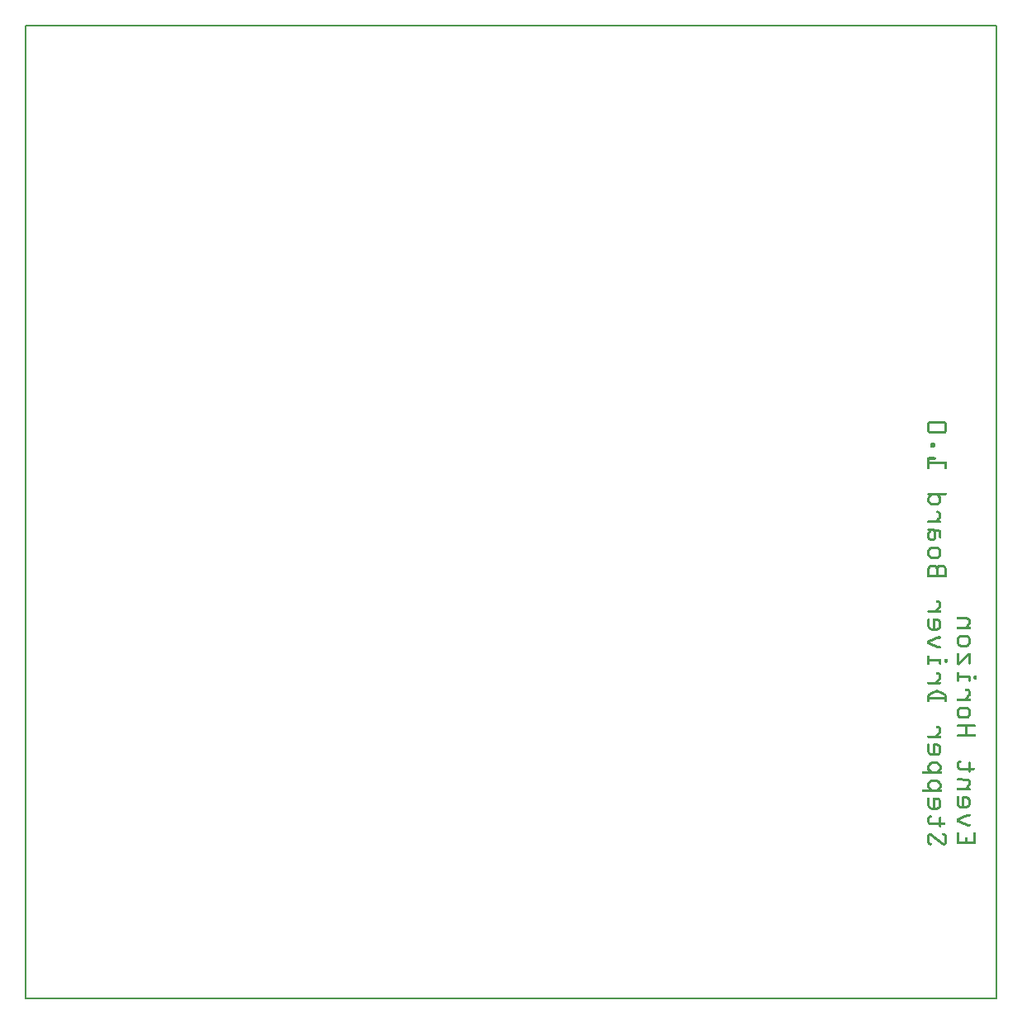
<source format=gbo>
G04 MADE WITH FRITZING*
G04 WWW.FRITZING.ORG*
G04 DOUBLE SIDED*
G04 HOLES PLATED*
G04 CONTOUR ON CENTER OF CONTOUR VECTOR*
%ASAXBY*%
%FSLAX23Y23*%
%MOIN*%
%OFA0B0*%
%SFA1.0B1.0*%
%ADD10R,3.929600X3.937010X3.913600X3.921010*%
%ADD11C,0.008000*%
%ADD12R,0.001000X0.001000*%
%LNSILK0*%
G90*
G70*
G54D11*
X4Y3933D02*
X3926Y3933D01*
X3926Y4D01*
X4Y4D01*
X4Y3933D01*
D02*
G54D12*
X3653Y2334D02*
X3717Y2334D01*
X3651Y2333D02*
X3719Y2333D01*
X3650Y2332D02*
X3720Y2332D01*
X3649Y2331D02*
X3721Y2331D01*
X3648Y2330D02*
X3722Y2330D01*
X3648Y2329D02*
X3723Y2329D01*
X3647Y2328D02*
X3723Y2328D01*
X3647Y2327D02*
X3723Y2327D01*
X3647Y2326D02*
X3724Y2326D01*
X3647Y2325D02*
X3724Y2325D01*
X3647Y2324D02*
X3656Y2324D01*
X3715Y2324D02*
X3724Y2324D01*
X3647Y2323D02*
X3656Y2323D01*
X3715Y2323D02*
X3724Y2323D01*
X3647Y2322D02*
X3656Y2322D01*
X3715Y2322D02*
X3724Y2322D01*
X3647Y2321D02*
X3656Y2321D01*
X3715Y2321D02*
X3724Y2321D01*
X3647Y2320D02*
X3656Y2320D01*
X3715Y2320D02*
X3724Y2320D01*
X3647Y2319D02*
X3656Y2319D01*
X3715Y2319D02*
X3724Y2319D01*
X3647Y2318D02*
X3656Y2318D01*
X3715Y2318D02*
X3724Y2318D01*
X3647Y2317D02*
X3656Y2317D01*
X3715Y2317D02*
X3724Y2317D01*
X3647Y2316D02*
X3656Y2316D01*
X3715Y2316D02*
X3724Y2316D01*
X3647Y2315D02*
X3656Y2315D01*
X3715Y2315D02*
X3724Y2315D01*
X3647Y2314D02*
X3656Y2314D01*
X3715Y2314D02*
X3724Y2314D01*
X3647Y2313D02*
X3656Y2313D01*
X3715Y2313D02*
X3724Y2313D01*
X3647Y2312D02*
X3656Y2312D01*
X3715Y2312D02*
X3724Y2312D01*
X3647Y2311D02*
X3656Y2311D01*
X3715Y2311D02*
X3724Y2311D01*
X3647Y2310D02*
X3656Y2310D01*
X3715Y2310D02*
X3724Y2310D01*
X3647Y2309D02*
X3656Y2309D01*
X3715Y2309D02*
X3724Y2309D01*
X3647Y2308D02*
X3656Y2308D01*
X3715Y2308D02*
X3724Y2308D01*
X3647Y2307D02*
X3656Y2307D01*
X3715Y2307D02*
X3724Y2307D01*
X3647Y2306D02*
X3656Y2306D01*
X3715Y2306D02*
X3724Y2306D01*
X3647Y2305D02*
X3656Y2305D01*
X3715Y2305D02*
X3724Y2305D01*
X3647Y2304D02*
X3656Y2304D01*
X3715Y2304D02*
X3724Y2304D01*
X3647Y2303D02*
X3656Y2303D01*
X3715Y2303D02*
X3724Y2303D01*
X3647Y2302D02*
X3656Y2302D01*
X3715Y2302D02*
X3724Y2302D01*
X3647Y2301D02*
X3656Y2301D01*
X3715Y2301D02*
X3724Y2301D01*
X3647Y2300D02*
X3656Y2300D01*
X3715Y2300D02*
X3724Y2300D01*
X3647Y2299D02*
X3656Y2299D01*
X3715Y2299D02*
X3724Y2299D01*
X3647Y2298D02*
X3656Y2298D01*
X3715Y2298D02*
X3724Y2298D01*
X3647Y2297D02*
X3656Y2297D01*
X3715Y2297D02*
X3724Y2297D01*
X3647Y2296D02*
X3656Y2296D01*
X3715Y2296D02*
X3724Y2296D01*
X3647Y2295D02*
X3656Y2295D01*
X3714Y2295D02*
X3724Y2295D01*
X3647Y2294D02*
X3724Y2294D01*
X3647Y2293D02*
X3723Y2293D01*
X3647Y2292D02*
X3723Y2292D01*
X3647Y2291D02*
X3723Y2291D01*
X3648Y2290D02*
X3722Y2290D01*
X3649Y2289D02*
X3722Y2289D01*
X3650Y2288D02*
X3721Y2288D01*
X3651Y2287D02*
X3720Y2287D01*
X3652Y2286D02*
X3718Y2286D01*
X3655Y2285D02*
X3715Y2285D01*
X3663Y2247D02*
X3674Y2247D01*
X3661Y2246D02*
X3675Y2246D01*
X3660Y2245D02*
X3676Y2245D01*
X3660Y2244D02*
X3677Y2244D01*
X3659Y2243D02*
X3677Y2243D01*
X3659Y2242D02*
X3677Y2242D01*
X3659Y2241D02*
X3677Y2241D01*
X3659Y2240D02*
X3677Y2240D01*
X3659Y2239D02*
X3677Y2239D01*
X3659Y2238D02*
X3677Y2238D01*
X3659Y2237D02*
X3677Y2237D01*
X3659Y2236D02*
X3677Y2236D01*
X3659Y2235D02*
X3677Y2235D01*
X3659Y2234D02*
X3677Y2234D01*
X3659Y2233D02*
X3677Y2233D01*
X3659Y2232D02*
X3677Y2232D01*
X3660Y2231D02*
X3677Y2231D01*
X3660Y2230D02*
X3676Y2230D01*
X3661Y2229D02*
X3676Y2229D01*
X3662Y2228D02*
X3674Y2228D01*
X3652Y2190D02*
X3676Y2190D01*
X3649Y2189D02*
X3679Y2189D01*
X3648Y2188D02*
X3680Y2188D01*
X3647Y2187D02*
X3681Y2187D01*
X3647Y2186D02*
X3681Y2186D01*
X3647Y2185D02*
X3681Y2185D01*
X3647Y2184D02*
X3681Y2184D01*
X3647Y2183D02*
X3681Y2183D01*
X3647Y2182D02*
X3680Y2182D01*
X3647Y2181D02*
X3679Y2181D01*
X3647Y2180D02*
X3677Y2180D01*
X3647Y2179D02*
X3656Y2179D01*
X3647Y2178D02*
X3656Y2178D01*
X3647Y2177D02*
X3656Y2177D01*
X3647Y2176D02*
X3656Y2176D01*
X3647Y2175D02*
X3656Y2175D01*
X3647Y2174D02*
X3656Y2174D01*
X3647Y2173D02*
X3656Y2173D01*
X3647Y2172D02*
X3656Y2172D01*
X3647Y2171D02*
X3656Y2171D01*
X3647Y2170D02*
X3723Y2170D01*
X3647Y2169D02*
X3724Y2169D01*
X3647Y2168D02*
X3724Y2168D01*
X3647Y2167D02*
X3724Y2167D01*
X3647Y2166D02*
X3724Y2166D01*
X3647Y2165D02*
X3724Y2165D01*
X3647Y2164D02*
X3724Y2164D01*
X3647Y2163D02*
X3724Y2163D01*
X3647Y2162D02*
X3724Y2162D01*
X3647Y2161D02*
X3724Y2161D01*
X3647Y2160D02*
X3656Y2160D01*
X3714Y2160D02*
X3724Y2160D01*
X3647Y2159D02*
X3656Y2159D01*
X3715Y2159D02*
X3724Y2159D01*
X3647Y2158D02*
X3656Y2158D01*
X3715Y2158D02*
X3724Y2158D01*
X3647Y2157D02*
X3656Y2157D01*
X3715Y2157D02*
X3724Y2157D01*
X3647Y2156D02*
X3656Y2156D01*
X3715Y2156D02*
X3724Y2156D01*
X3647Y2155D02*
X3656Y2155D01*
X3715Y2155D02*
X3724Y2155D01*
X3647Y2154D02*
X3656Y2154D01*
X3715Y2154D02*
X3724Y2154D01*
X3647Y2153D02*
X3656Y2153D01*
X3715Y2153D02*
X3724Y2153D01*
X3647Y2152D02*
X3656Y2152D01*
X3715Y2152D02*
X3724Y2152D01*
X3647Y2151D02*
X3656Y2151D01*
X3715Y2151D02*
X3724Y2151D01*
X3647Y2150D02*
X3656Y2150D01*
X3715Y2150D02*
X3724Y2150D01*
X3647Y2149D02*
X3656Y2149D01*
X3715Y2149D02*
X3724Y2149D01*
X3647Y2148D02*
X3656Y2148D01*
X3715Y2148D02*
X3724Y2148D01*
X3647Y2147D02*
X3656Y2147D01*
X3715Y2147D02*
X3724Y2147D01*
X3647Y2146D02*
X3656Y2146D01*
X3715Y2146D02*
X3724Y2146D01*
X3647Y2145D02*
X3656Y2145D01*
X3715Y2145D02*
X3724Y2145D01*
X3647Y2144D02*
X3656Y2144D01*
X3715Y2144D02*
X3723Y2144D01*
X3647Y2143D02*
X3655Y2143D01*
X3715Y2143D02*
X3723Y2143D01*
X3648Y2142D02*
X3654Y2142D01*
X3716Y2142D02*
X3722Y2142D01*
X3649Y2141D02*
X3653Y2141D01*
X3717Y2141D02*
X3721Y2141D01*
X3650Y2045D02*
X3720Y2045D01*
X3648Y2044D02*
X3722Y2044D01*
X3648Y2043D02*
X3723Y2043D01*
X3647Y2042D02*
X3723Y2042D01*
X3647Y2041D02*
X3724Y2041D01*
X3647Y2040D02*
X3724Y2040D01*
X3647Y2039D02*
X3723Y2039D01*
X3647Y2038D02*
X3723Y2038D01*
X3648Y2037D02*
X3722Y2037D01*
X3649Y2036D02*
X3721Y2036D01*
X3653Y2035D02*
X3666Y2035D01*
X3683Y2035D02*
X3696Y2035D01*
X3652Y2034D02*
X3665Y2034D01*
X3684Y2034D02*
X3697Y2034D01*
X3651Y2033D02*
X3664Y2033D01*
X3685Y2033D02*
X3698Y2033D01*
X3650Y2032D02*
X3663Y2032D01*
X3686Y2032D02*
X3698Y2032D01*
X3650Y2031D02*
X3662Y2031D01*
X3687Y2031D02*
X3699Y2031D01*
X3649Y2030D02*
X3661Y2030D01*
X3688Y2030D02*
X3700Y2030D01*
X3648Y2029D02*
X3660Y2029D01*
X3689Y2029D02*
X3700Y2029D01*
X3648Y2028D02*
X3660Y2028D01*
X3690Y2028D02*
X3701Y2028D01*
X3648Y2027D02*
X3659Y2027D01*
X3690Y2027D02*
X3701Y2027D01*
X3647Y2026D02*
X3658Y2026D01*
X3691Y2026D02*
X3702Y2026D01*
X3647Y2025D02*
X3657Y2025D01*
X3692Y2025D02*
X3702Y2025D01*
X3647Y2024D02*
X3656Y2024D01*
X3693Y2024D02*
X3702Y2024D01*
X3647Y2023D02*
X3656Y2023D01*
X3693Y2023D02*
X3702Y2023D01*
X3647Y2022D02*
X3656Y2022D01*
X3693Y2022D02*
X3702Y2022D01*
X3647Y2021D02*
X3656Y2021D01*
X3693Y2021D02*
X3702Y2021D01*
X3647Y2020D02*
X3656Y2020D01*
X3693Y2020D02*
X3702Y2020D01*
X3647Y2019D02*
X3656Y2019D01*
X3693Y2019D02*
X3702Y2019D01*
X3647Y2018D02*
X3656Y2018D01*
X3693Y2018D02*
X3702Y2018D01*
X3647Y2017D02*
X3656Y2017D01*
X3693Y2017D02*
X3702Y2017D01*
X3647Y2016D02*
X3656Y2016D01*
X3693Y2016D02*
X3702Y2016D01*
X3647Y2015D02*
X3656Y2015D01*
X3693Y2015D02*
X3702Y2015D01*
X3647Y2014D02*
X3656Y2014D01*
X3693Y2014D02*
X3702Y2014D01*
X3647Y2013D02*
X3656Y2013D01*
X3693Y2013D02*
X3702Y2013D01*
X3647Y2012D02*
X3656Y2012D01*
X3693Y2012D02*
X3702Y2012D01*
X3647Y2011D02*
X3657Y2011D01*
X3692Y2011D02*
X3702Y2011D01*
X3647Y2010D02*
X3658Y2010D01*
X3691Y2010D02*
X3702Y2010D01*
X3648Y2009D02*
X3659Y2009D01*
X3691Y2009D02*
X3702Y2009D01*
X3648Y2008D02*
X3659Y2008D01*
X3690Y2008D02*
X3701Y2008D01*
X3649Y2007D02*
X3661Y2007D01*
X3688Y2007D02*
X3701Y2007D01*
X3649Y2006D02*
X3662Y2006D01*
X3687Y2006D02*
X3700Y2006D01*
X3650Y2005D02*
X3699Y2005D01*
X3651Y2004D02*
X3698Y2004D01*
X3651Y2003D02*
X3698Y2003D01*
X3652Y2002D02*
X3697Y2002D01*
X3653Y2001D02*
X3696Y2001D01*
X3654Y2000D02*
X3695Y2000D01*
X3655Y1999D02*
X3694Y1999D01*
X3657Y1998D02*
X3692Y1998D01*
X3658Y1997D02*
X3691Y1997D01*
X3661Y1996D02*
X3688Y1996D01*
X3685Y1973D02*
X3689Y1973D01*
X3683Y1972D02*
X3693Y1972D01*
X3682Y1971D02*
X3695Y1971D01*
X3681Y1970D02*
X3696Y1970D01*
X3681Y1969D02*
X3698Y1969D01*
X3681Y1968D02*
X3699Y1968D01*
X3681Y1967D02*
X3699Y1967D01*
X3681Y1966D02*
X3700Y1966D01*
X3682Y1965D02*
X3701Y1965D01*
X3683Y1964D02*
X3701Y1964D01*
X3689Y1963D02*
X3702Y1963D01*
X3691Y1962D02*
X3702Y1962D01*
X3692Y1961D02*
X3702Y1961D01*
X3693Y1960D02*
X3702Y1960D01*
X3693Y1959D02*
X3702Y1959D01*
X3693Y1958D02*
X3702Y1958D01*
X3693Y1957D02*
X3702Y1957D01*
X3693Y1956D02*
X3702Y1956D01*
X3693Y1955D02*
X3702Y1955D01*
X3693Y1954D02*
X3702Y1954D01*
X3693Y1953D02*
X3702Y1953D01*
X3693Y1952D02*
X3702Y1952D01*
X3693Y1951D02*
X3702Y1951D01*
X3693Y1950D02*
X3702Y1950D01*
X3692Y1949D02*
X3702Y1949D01*
X3692Y1948D02*
X3702Y1948D01*
X3691Y1947D02*
X3702Y1947D01*
X3690Y1946D02*
X3702Y1946D01*
X3689Y1945D02*
X3701Y1945D01*
X3688Y1944D02*
X3701Y1944D01*
X3687Y1943D02*
X3700Y1943D01*
X3686Y1942D02*
X3699Y1942D01*
X3686Y1941D02*
X3698Y1941D01*
X3685Y1940D02*
X3697Y1940D01*
X3684Y1939D02*
X3696Y1939D01*
X3683Y1938D02*
X3695Y1938D01*
X3682Y1937D02*
X3695Y1937D01*
X3681Y1936D02*
X3694Y1936D01*
X3680Y1935D02*
X3693Y1935D01*
X3680Y1934D02*
X3692Y1934D01*
X3650Y1933D02*
X3699Y1933D01*
X3648Y1932D02*
X3701Y1932D01*
X3648Y1931D02*
X3702Y1931D01*
X3647Y1930D02*
X3702Y1930D01*
X3647Y1929D02*
X3702Y1929D01*
X3647Y1928D02*
X3702Y1928D01*
X3647Y1927D02*
X3702Y1927D01*
X3647Y1926D02*
X3702Y1926D01*
X3648Y1925D02*
X3701Y1925D01*
X3649Y1924D02*
X3700Y1924D01*
X3649Y1900D02*
X3675Y1900D01*
X3648Y1899D02*
X3691Y1899D01*
X3647Y1898D02*
X3694Y1898D01*
X3647Y1897D02*
X3696Y1897D01*
X3647Y1896D02*
X3697Y1896D01*
X3647Y1895D02*
X3698Y1895D01*
X3647Y1894D02*
X3699Y1894D01*
X3648Y1893D02*
X3700Y1893D01*
X3648Y1892D02*
X3700Y1892D01*
X3650Y1891D02*
X3701Y1891D01*
X3651Y1890D02*
X3662Y1890D01*
X3668Y1890D02*
X3701Y1890D01*
X3651Y1889D02*
X3661Y1889D01*
X3670Y1889D02*
X3681Y1889D01*
X3690Y1889D02*
X3702Y1889D01*
X3650Y1888D02*
X3661Y1888D01*
X3671Y1888D02*
X3681Y1888D01*
X3692Y1888D02*
X3702Y1888D01*
X3649Y1887D02*
X3660Y1887D01*
X3672Y1887D02*
X3681Y1887D01*
X3693Y1887D02*
X3702Y1887D01*
X3649Y1886D02*
X3660Y1886D01*
X3672Y1886D02*
X3681Y1886D01*
X3693Y1886D02*
X3702Y1886D01*
X3648Y1885D02*
X3659Y1885D01*
X3672Y1885D02*
X3681Y1885D01*
X3693Y1885D02*
X3702Y1885D01*
X3648Y1884D02*
X3658Y1884D01*
X3672Y1884D02*
X3681Y1884D01*
X3693Y1884D02*
X3702Y1884D01*
X3647Y1883D02*
X3658Y1883D01*
X3672Y1883D02*
X3681Y1883D01*
X3693Y1883D02*
X3702Y1883D01*
X3647Y1882D02*
X3657Y1882D01*
X3672Y1882D02*
X3681Y1882D01*
X3693Y1882D02*
X3702Y1882D01*
X3647Y1881D02*
X3657Y1881D01*
X3672Y1881D02*
X3681Y1881D01*
X3693Y1881D02*
X3702Y1881D01*
X3647Y1880D02*
X3656Y1880D01*
X3672Y1880D02*
X3681Y1880D01*
X3693Y1880D02*
X3702Y1880D01*
X3647Y1879D02*
X3656Y1879D01*
X3672Y1879D02*
X3681Y1879D01*
X3693Y1879D02*
X3702Y1879D01*
X3647Y1878D02*
X3656Y1878D01*
X3672Y1878D02*
X3681Y1878D01*
X3693Y1878D02*
X3702Y1878D01*
X3647Y1877D02*
X3656Y1877D01*
X3672Y1877D02*
X3681Y1877D01*
X3693Y1877D02*
X3702Y1877D01*
X3647Y1876D02*
X3656Y1876D01*
X3672Y1876D02*
X3681Y1876D01*
X3693Y1876D02*
X3702Y1876D01*
X3647Y1875D02*
X3656Y1875D01*
X3672Y1875D02*
X3681Y1875D01*
X3693Y1875D02*
X3702Y1875D01*
X3647Y1874D02*
X3656Y1874D01*
X3672Y1874D02*
X3681Y1874D01*
X3693Y1874D02*
X3702Y1874D01*
X3647Y1873D02*
X3656Y1873D01*
X3672Y1873D02*
X3681Y1873D01*
X3693Y1873D02*
X3702Y1873D01*
X3647Y1872D02*
X3656Y1872D01*
X3672Y1872D02*
X3681Y1872D01*
X3693Y1872D02*
X3702Y1872D01*
X3647Y1871D02*
X3656Y1871D01*
X3672Y1871D02*
X3681Y1871D01*
X3693Y1871D02*
X3702Y1871D01*
X3647Y1870D02*
X3656Y1870D01*
X3672Y1870D02*
X3681Y1870D01*
X3693Y1870D02*
X3702Y1870D01*
X3647Y1869D02*
X3656Y1869D01*
X3672Y1869D02*
X3681Y1869D01*
X3693Y1869D02*
X3702Y1869D01*
X3647Y1868D02*
X3656Y1868D01*
X3672Y1868D02*
X3681Y1868D01*
X3693Y1868D02*
X3702Y1868D01*
X3647Y1867D02*
X3656Y1867D01*
X3672Y1867D02*
X3681Y1867D01*
X3693Y1867D02*
X3702Y1867D01*
X3647Y1866D02*
X3656Y1866D01*
X3672Y1866D02*
X3681Y1866D01*
X3693Y1866D02*
X3702Y1866D01*
X3647Y1865D02*
X3656Y1865D01*
X3672Y1865D02*
X3681Y1865D01*
X3694Y1865D02*
X3702Y1865D01*
X3647Y1864D02*
X3656Y1864D01*
X3672Y1864D02*
X3681Y1864D01*
X3694Y1864D02*
X3702Y1864D01*
X3647Y1863D02*
X3657Y1863D01*
X3671Y1863D02*
X3681Y1863D01*
X3694Y1863D02*
X3701Y1863D01*
X3647Y1862D02*
X3658Y1862D01*
X3670Y1862D02*
X3681Y1862D01*
X3695Y1862D02*
X3700Y1862D01*
X3648Y1861D02*
X3680Y1861D01*
X3698Y1861D02*
X3698Y1861D01*
X3648Y1860D02*
X3680Y1860D01*
X3648Y1859D02*
X3679Y1859D01*
X3649Y1858D02*
X3679Y1858D01*
X3650Y1857D02*
X3678Y1857D01*
X3651Y1856D02*
X3677Y1856D01*
X3652Y1855D02*
X3676Y1855D01*
X3653Y1854D02*
X3675Y1854D01*
X3654Y1853D02*
X3674Y1853D01*
X3656Y1852D02*
X3672Y1852D01*
X3660Y1828D02*
X3688Y1828D01*
X3658Y1827D02*
X3691Y1827D01*
X3657Y1826D02*
X3693Y1826D01*
X3655Y1825D02*
X3694Y1825D01*
X3654Y1824D02*
X3695Y1824D01*
X3653Y1823D02*
X3696Y1823D01*
X3652Y1822D02*
X3697Y1822D01*
X3651Y1821D02*
X3698Y1821D01*
X3651Y1820D02*
X3698Y1820D01*
X3650Y1819D02*
X3699Y1819D01*
X3649Y1818D02*
X3662Y1818D01*
X3687Y1818D02*
X3700Y1818D01*
X3648Y1817D02*
X3660Y1817D01*
X3689Y1817D02*
X3701Y1817D01*
X3648Y1816D02*
X3659Y1816D01*
X3690Y1816D02*
X3701Y1816D01*
X3648Y1815D02*
X3659Y1815D01*
X3691Y1815D02*
X3701Y1815D01*
X3647Y1814D02*
X3658Y1814D01*
X3692Y1814D02*
X3702Y1814D01*
X3647Y1813D02*
X3657Y1813D01*
X3692Y1813D02*
X3702Y1813D01*
X3647Y1812D02*
X3656Y1812D01*
X3693Y1812D02*
X3702Y1812D01*
X3647Y1811D02*
X3656Y1811D01*
X3693Y1811D02*
X3702Y1811D01*
X3647Y1810D02*
X3656Y1810D01*
X3693Y1810D02*
X3702Y1810D01*
X3647Y1809D02*
X3656Y1809D01*
X3693Y1809D02*
X3702Y1809D01*
X3647Y1808D02*
X3656Y1808D01*
X3693Y1808D02*
X3702Y1808D01*
X3647Y1807D02*
X3656Y1807D01*
X3693Y1807D02*
X3702Y1807D01*
X3647Y1806D02*
X3656Y1806D01*
X3693Y1806D02*
X3702Y1806D01*
X3647Y1805D02*
X3656Y1805D01*
X3693Y1805D02*
X3702Y1805D01*
X3647Y1804D02*
X3656Y1804D01*
X3693Y1804D02*
X3702Y1804D01*
X3647Y1803D02*
X3656Y1803D01*
X3693Y1803D02*
X3702Y1803D01*
X3647Y1802D02*
X3656Y1802D01*
X3693Y1802D02*
X3702Y1802D01*
X3647Y1801D02*
X3656Y1801D01*
X3693Y1801D02*
X3702Y1801D01*
X3647Y1800D02*
X3656Y1800D01*
X3693Y1800D02*
X3702Y1800D01*
X3647Y1799D02*
X3656Y1799D01*
X3693Y1799D02*
X3702Y1799D01*
X3647Y1798D02*
X3656Y1798D01*
X3693Y1798D02*
X3702Y1798D01*
X3647Y1797D02*
X3656Y1797D01*
X3693Y1797D02*
X3702Y1797D01*
X3647Y1796D02*
X3656Y1796D01*
X3693Y1796D02*
X3702Y1796D01*
X3647Y1795D02*
X3656Y1795D01*
X3693Y1795D02*
X3702Y1795D01*
X3647Y1794D02*
X3657Y1794D01*
X3692Y1794D02*
X3702Y1794D01*
X3647Y1793D02*
X3658Y1793D01*
X3691Y1793D02*
X3702Y1793D01*
X3648Y1792D02*
X3659Y1792D01*
X3690Y1792D02*
X3701Y1792D01*
X3648Y1791D02*
X3660Y1791D01*
X3690Y1791D02*
X3701Y1791D01*
X3649Y1790D02*
X3661Y1790D01*
X3688Y1790D02*
X3701Y1790D01*
X3649Y1789D02*
X3663Y1789D01*
X3687Y1789D02*
X3700Y1789D01*
X3650Y1788D02*
X3699Y1788D01*
X3651Y1787D02*
X3698Y1787D01*
X3652Y1786D02*
X3697Y1786D01*
X3652Y1785D02*
X3697Y1785D01*
X3653Y1784D02*
X3696Y1784D01*
X3654Y1783D02*
X3695Y1783D01*
X3655Y1782D02*
X3694Y1782D01*
X3657Y1781D02*
X3692Y1781D01*
X3659Y1780D02*
X3690Y1780D01*
X3662Y1779D02*
X3687Y1779D01*
X3664Y1756D02*
X3673Y1756D01*
X3698Y1756D02*
X3706Y1756D01*
X3660Y1755D02*
X3676Y1755D01*
X3694Y1755D02*
X3710Y1755D01*
X3658Y1754D02*
X3679Y1754D01*
X3692Y1754D02*
X3712Y1754D01*
X3656Y1753D02*
X3680Y1753D01*
X3690Y1753D02*
X3714Y1753D01*
X3655Y1752D02*
X3682Y1752D01*
X3689Y1752D02*
X3716Y1752D01*
X3654Y1751D02*
X3683Y1751D01*
X3688Y1751D02*
X3717Y1751D01*
X3652Y1750D02*
X3684Y1750D01*
X3686Y1750D02*
X3718Y1750D01*
X3652Y1749D02*
X3719Y1749D01*
X3651Y1748D02*
X3720Y1748D01*
X3650Y1747D02*
X3720Y1747D01*
X3649Y1746D02*
X3664Y1746D01*
X3672Y1746D02*
X3698Y1746D01*
X3706Y1746D02*
X3721Y1746D01*
X3649Y1745D02*
X3661Y1745D01*
X3675Y1745D02*
X3695Y1745D01*
X3709Y1745D02*
X3721Y1745D01*
X3648Y1744D02*
X3660Y1744D01*
X3677Y1744D02*
X3694Y1744D01*
X3710Y1744D02*
X3722Y1744D01*
X3648Y1743D02*
X3659Y1743D01*
X3678Y1743D02*
X3693Y1743D01*
X3712Y1743D02*
X3722Y1743D01*
X3648Y1742D02*
X3658Y1742D01*
X3679Y1742D02*
X3692Y1742D01*
X3712Y1742D02*
X3723Y1742D01*
X3647Y1741D02*
X3657Y1741D01*
X3679Y1741D02*
X3691Y1741D01*
X3713Y1741D02*
X3723Y1741D01*
X3647Y1740D02*
X3657Y1740D01*
X3680Y1740D02*
X3691Y1740D01*
X3714Y1740D02*
X3723Y1740D01*
X3647Y1739D02*
X3656Y1739D01*
X3680Y1739D02*
X3690Y1739D01*
X3714Y1739D02*
X3723Y1739D01*
X3647Y1738D02*
X3656Y1738D01*
X3680Y1738D02*
X3690Y1738D01*
X3714Y1738D02*
X3723Y1738D01*
X3647Y1737D02*
X3656Y1737D01*
X3681Y1737D02*
X3690Y1737D01*
X3714Y1737D02*
X3724Y1737D01*
X3647Y1736D02*
X3656Y1736D01*
X3681Y1736D02*
X3690Y1736D01*
X3715Y1736D02*
X3724Y1736D01*
X3647Y1735D02*
X3656Y1735D01*
X3681Y1735D02*
X3690Y1735D01*
X3715Y1735D02*
X3724Y1735D01*
X3647Y1734D02*
X3656Y1734D01*
X3681Y1734D02*
X3690Y1734D01*
X3715Y1734D02*
X3724Y1734D01*
X3647Y1733D02*
X3656Y1733D01*
X3681Y1733D02*
X3690Y1733D01*
X3715Y1733D02*
X3724Y1733D01*
X3647Y1732D02*
X3656Y1732D01*
X3681Y1732D02*
X3690Y1732D01*
X3715Y1732D02*
X3724Y1732D01*
X3647Y1731D02*
X3656Y1731D01*
X3681Y1731D02*
X3690Y1731D01*
X3715Y1731D02*
X3724Y1731D01*
X3647Y1730D02*
X3656Y1730D01*
X3681Y1730D02*
X3690Y1730D01*
X3715Y1730D02*
X3724Y1730D01*
X3647Y1729D02*
X3656Y1729D01*
X3681Y1729D02*
X3690Y1729D01*
X3715Y1729D02*
X3724Y1729D01*
X3647Y1728D02*
X3656Y1728D01*
X3681Y1728D02*
X3690Y1728D01*
X3715Y1728D02*
X3724Y1728D01*
X3647Y1727D02*
X3656Y1727D01*
X3681Y1727D02*
X3690Y1727D01*
X3715Y1727D02*
X3724Y1727D01*
X3647Y1726D02*
X3656Y1726D01*
X3681Y1726D02*
X3690Y1726D01*
X3715Y1726D02*
X3724Y1726D01*
X3647Y1725D02*
X3656Y1725D01*
X3681Y1725D02*
X3690Y1725D01*
X3715Y1725D02*
X3724Y1725D01*
X3647Y1724D02*
X3656Y1724D01*
X3681Y1724D02*
X3690Y1724D01*
X3715Y1724D02*
X3724Y1724D01*
X3647Y1723D02*
X3656Y1723D01*
X3681Y1723D02*
X3690Y1723D01*
X3715Y1723D02*
X3724Y1723D01*
X3647Y1722D02*
X3656Y1722D01*
X3681Y1722D02*
X3690Y1722D01*
X3715Y1722D02*
X3724Y1722D01*
X3647Y1721D02*
X3656Y1721D01*
X3681Y1721D02*
X3690Y1721D01*
X3715Y1721D02*
X3724Y1721D01*
X3647Y1720D02*
X3656Y1720D01*
X3681Y1720D02*
X3690Y1720D01*
X3715Y1720D02*
X3724Y1720D01*
X3647Y1719D02*
X3656Y1719D01*
X3681Y1719D02*
X3690Y1719D01*
X3715Y1719D02*
X3724Y1719D01*
X3647Y1718D02*
X3656Y1718D01*
X3681Y1718D02*
X3690Y1718D01*
X3715Y1718D02*
X3724Y1718D01*
X3647Y1717D02*
X3656Y1717D01*
X3681Y1717D02*
X3690Y1717D01*
X3715Y1717D02*
X3724Y1717D01*
X3647Y1716D02*
X3724Y1716D01*
X3647Y1715D02*
X3724Y1715D01*
X3647Y1714D02*
X3724Y1714D01*
X3647Y1713D02*
X3724Y1713D01*
X3647Y1712D02*
X3724Y1712D01*
X3647Y1711D02*
X3724Y1711D01*
X3647Y1710D02*
X3724Y1710D01*
X3647Y1709D02*
X3724Y1709D01*
X3647Y1708D02*
X3724Y1708D01*
X3647Y1707D02*
X3724Y1707D01*
X3683Y1611D02*
X3692Y1611D01*
X3682Y1610D02*
X3694Y1610D01*
X3681Y1609D02*
X3696Y1609D01*
X3681Y1608D02*
X3697Y1608D01*
X3681Y1607D02*
X3698Y1607D01*
X3681Y1606D02*
X3699Y1606D01*
X3681Y1605D02*
X3700Y1605D01*
X3681Y1604D02*
X3700Y1604D01*
X3682Y1603D02*
X3701Y1603D01*
X3684Y1602D02*
X3701Y1602D01*
X3691Y1601D02*
X3702Y1601D01*
X3692Y1600D02*
X3702Y1600D01*
X3693Y1599D02*
X3702Y1599D01*
X3693Y1598D02*
X3702Y1598D01*
X3693Y1597D02*
X3702Y1597D01*
X3693Y1596D02*
X3702Y1596D01*
X3693Y1595D02*
X3702Y1595D01*
X3693Y1594D02*
X3702Y1594D01*
X3693Y1593D02*
X3702Y1593D01*
X3693Y1592D02*
X3702Y1592D01*
X3693Y1591D02*
X3702Y1591D01*
X3693Y1590D02*
X3702Y1590D01*
X3693Y1589D02*
X3702Y1589D01*
X3693Y1588D02*
X3702Y1588D01*
X3692Y1587D02*
X3702Y1587D01*
X3691Y1586D02*
X3702Y1586D01*
X3690Y1585D02*
X3702Y1585D01*
X3689Y1584D02*
X3702Y1584D01*
X3689Y1583D02*
X3701Y1583D01*
X3688Y1582D02*
X3700Y1582D01*
X3687Y1581D02*
X3699Y1581D01*
X3686Y1580D02*
X3698Y1580D01*
X3685Y1579D02*
X3698Y1579D01*
X3684Y1578D02*
X3697Y1578D01*
X3683Y1577D02*
X3696Y1577D01*
X3683Y1576D02*
X3695Y1576D01*
X3682Y1575D02*
X3694Y1575D01*
X3681Y1574D02*
X3693Y1574D01*
X3680Y1573D02*
X3692Y1573D01*
X3679Y1572D02*
X3692Y1572D01*
X3649Y1571D02*
X3700Y1571D01*
X3648Y1570D02*
X3701Y1570D01*
X3647Y1569D02*
X3702Y1569D01*
X3647Y1568D02*
X3702Y1568D01*
X3647Y1567D02*
X3702Y1567D01*
X3647Y1566D02*
X3702Y1566D01*
X3647Y1565D02*
X3702Y1565D01*
X3648Y1564D02*
X3701Y1564D01*
X3649Y1563D02*
X3701Y1563D01*
X3651Y1562D02*
X3698Y1562D01*
X3769Y1544D02*
X3779Y1544D01*
X3767Y1543D02*
X3807Y1543D01*
X3766Y1542D02*
X3812Y1542D01*
X3766Y1541D02*
X3814Y1541D01*
X3765Y1540D02*
X3815Y1540D01*
X3650Y1539D02*
X3652Y1539D01*
X3671Y1539D02*
X3688Y1539D01*
X3765Y1539D02*
X3816Y1539D01*
X3648Y1538D02*
X3654Y1538D01*
X3670Y1538D02*
X3691Y1538D01*
X3765Y1538D02*
X3817Y1538D01*
X3648Y1537D02*
X3655Y1537D01*
X3669Y1537D02*
X3692Y1537D01*
X3766Y1537D02*
X3818Y1537D01*
X3647Y1536D02*
X3655Y1536D01*
X3668Y1536D02*
X3694Y1536D01*
X3767Y1536D02*
X3819Y1536D01*
X3647Y1535D02*
X3656Y1535D01*
X3668Y1535D02*
X3695Y1535D01*
X3768Y1535D02*
X3819Y1535D01*
X3647Y1534D02*
X3656Y1534D01*
X3668Y1534D02*
X3696Y1534D01*
X3779Y1534D02*
X3820Y1534D01*
X3647Y1533D02*
X3656Y1533D01*
X3668Y1533D02*
X3697Y1533D01*
X3807Y1533D02*
X3820Y1533D01*
X3647Y1532D02*
X3656Y1532D01*
X3668Y1532D02*
X3698Y1532D01*
X3810Y1532D02*
X3820Y1532D01*
X3647Y1531D02*
X3656Y1531D01*
X3668Y1531D02*
X3698Y1531D01*
X3811Y1531D02*
X3821Y1531D01*
X3647Y1530D02*
X3656Y1530D01*
X3668Y1530D02*
X3699Y1530D01*
X3811Y1530D02*
X3821Y1530D01*
X3647Y1529D02*
X3656Y1529D01*
X3668Y1529D02*
X3677Y1529D01*
X3687Y1529D02*
X3700Y1529D01*
X3812Y1529D02*
X3821Y1529D01*
X3647Y1528D02*
X3656Y1528D01*
X3668Y1528D02*
X3677Y1528D01*
X3689Y1528D02*
X3701Y1528D01*
X3812Y1528D02*
X3821Y1528D01*
X3647Y1527D02*
X3656Y1527D01*
X3668Y1527D02*
X3677Y1527D01*
X3690Y1527D02*
X3701Y1527D01*
X3812Y1527D02*
X3821Y1527D01*
X3647Y1526D02*
X3656Y1526D01*
X3668Y1526D02*
X3677Y1526D01*
X3691Y1526D02*
X3701Y1526D01*
X3812Y1526D02*
X3821Y1526D01*
X3647Y1525D02*
X3656Y1525D01*
X3668Y1525D02*
X3677Y1525D01*
X3692Y1525D02*
X3702Y1525D01*
X3812Y1525D02*
X3821Y1525D01*
X3647Y1524D02*
X3656Y1524D01*
X3668Y1524D02*
X3677Y1524D01*
X3692Y1524D02*
X3702Y1524D01*
X3812Y1524D02*
X3821Y1524D01*
X3647Y1523D02*
X3656Y1523D01*
X3668Y1523D02*
X3677Y1523D01*
X3693Y1523D02*
X3702Y1523D01*
X3812Y1523D02*
X3821Y1523D01*
X3647Y1522D02*
X3656Y1522D01*
X3668Y1522D02*
X3677Y1522D01*
X3693Y1522D02*
X3702Y1522D01*
X3812Y1522D02*
X3821Y1522D01*
X3647Y1521D02*
X3656Y1521D01*
X3668Y1521D02*
X3677Y1521D01*
X3693Y1521D02*
X3702Y1521D01*
X3812Y1521D02*
X3821Y1521D01*
X3647Y1520D02*
X3656Y1520D01*
X3668Y1520D02*
X3677Y1520D01*
X3693Y1520D02*
X3702Y1520D01*
X3811Y1520D02*
X3821Y1520D01*
X3647Y1519D02*
X3656Y1519D01*
X3668Y1519D02*
X3677Y1519D01*
X3693Y1519D02*
X3702Y1519D01*
X3811Y1519D02*
X3821Y1519D01*
X3647Y1518D02*
X3656Y1518D01*
X3668Y1518D02*
X3677Y1518D01*
X3693Y1518D02*
X3702Y1518D01*
X3810Y1518D02*
X3820Y1518D01*
X3647Y1517D02*
X3656Y1517D01*
X3668Y1517D02*
X3677Y1517D01*
X3693Y1517D02*
X3702Y1517D01*
X3809Y1517D02*
X3820Y1517D01*
X3647Y1516D02*
X3656Y1516D01*
X3668Y1516D02*
X3677Y1516D01*
X3693Y1516D02*
X3702Y1516D01*
X3809Y1516D02*
X3819Y1516D01*
X3647Y1515D02*
X3656Y1515D01*
X3668Y1515D02*
X3677Y1515D01*
X3693Y1515D02*
X3702Y1515D01*
X3808Y1515D02*
X3819Y1515D01*
X3647Y1514D02*
X3656Y1514D01*
X3668Y1514D02*
X3677Y1514D01*
X3693Y1514D02*
X3702Y1514D01*
X3807Y1514D02*
X3818Y1514D01*
X3647Y1513D02*
X3656Y1513D01*
X3668Y1513D02*
X3677Y1513D01*
X3693Y1513D02*
X3702Y1513D01*
X3807Y1513D02*
X3818Y1513D01*
X3647Y1512D02*
X3656Y1512D01*
X3668Y1512D02*
X3677Y1512D01*
X3693Y1512D02*
X3702Y1512D01*
X3806Y1512D02*
X3817Y1512D01*
X3647Y1511D02*
X3656Y1511D01*
X3668Y1511D02*
X3677Y1511D01*
X3693Y1511D02*
X3702Y1511D01*
X3805Y1511D02*
X3816Y1511D01*
X3647Y1510D02*
X3656Y1510D01*
X3668Y1510D02*
X3677Y1510D01*
X3693Y1510D02*
X3702Y1510D01*
X3805Y1510D02*
X3816Y1510D01*
X3647Y1509D02*
X3656Y1509D01*
X3668Y1509D02*
X3677Y1509D01*
X3693Y1509D02*
X3702Y1509D01*
X3804Y1509D02*
X3815Y1509D01*
X3647Y1508D02*
X3656Y1508D01*
X3668Y1508D02*
X3677Y1508D01*
X3693Y1508D02*
X3702Y1508D01*
X3803Y1508D02*
X3815Y1508D01*
X3647Y1507D02*
X3656Y1507D01*
X3668Y1507D02*
X3677Y1507D01*
X3693Y1507D02*
X3702Y1507D01*
X3803Y1507D02*
X3814Y1507D01*
X3647Y1506D02*
X3656Y1506D01*
X3668Y1506D02*
X3677Y1506D01*
X3693Y1506D02*
X3702Y1506D01*
X3802Y1506D02*
X3813Y1506D01*
X3647Y1505D02*
X3657Y1505D01*
X3668Y1505D02*
X3677Y1505D01*
X3692Y1505D02*
X3702Y1505D01*
X3801Y1505D02*
X3813Y1505D01*
X3647Y1504D02*
X3658Y1504D01*
X3668Y1504D02*
X3677Y1504D01*
X3691Y1504D02*
X3702Y1504D01*
X3768Y1504D02*
X3818Y1504D01*
X3648Y1503D02*
X3659Y1503D01*
X3668Y1503D02*
X3677Y1503D01*
X3691Y1503D02*
X3702Y1503D01*
X3767Y1503D02*
X3820Y1503D01*
X3648Y1502D02*
X3659Y1502D01*
X3668Y1502D02*
X3677Y1502D01*
X3690Y1502D02*
X3701Y1502D01*
X3766Y1502D02*
X3820Y1502D01*
X3648Y1501D02*
X3660Y1501D01*
X3668Y1501D02*
X3677Y1501D01*
X3689Y1501D02*
X3701Y1501D01*
X3765Y1501D02*
X3821Y1501D01*
X3649Y1500D02*
X3662Y1500D01*
X3668Y1500D02*
X3677Y1500D01*
X3687Y1500D02*
X3700Y1500D01*
X3765Y1500D02*
X3821Y1500D01*
X3650Y1499D02*
X3699Y1499D01*
X3765Y1499D02*
X3821Y1499D01*
X3651Y1498D02*
X3698Y1498D01*
X3765Y1498D02*
X3821Y1498D01*
X3651Y1497D02*
X3698Y1497D01*
X3766Y1497D02*
X3820Y1497D01*
X3652Y1496D02*
X3697Y1496D01*
X3767Y1496D02*
X3819Y1496D01*
X3653Y1495D02*
X3696Y1495D01*
X3768Y1495D02*
X3818Y1495D01*
X3654Y1494D02*
X3695Y1494D01*
X3655Y1493D02*
X3694Y1493D01*
X3656Y1492D02*
X3692Y1492D01*
X3658Y1491D02*
X3690Y1491D01*
X3661Y1490D02*
X3688Y1490D01*
X3782Y1472D02*
X3804Y1472D01*
X3778Y1471D02*
X3808Y1471D01*
X3776Y1470D02*
X3810Y1470D01*
X3774Y1469D02*
X3812Y1469D01*
X3773Y1468D02*
X3813Y1468D01*
X3689Y1467D02*
X3698Y1467D01*
X3772Y1467D02*
X3814Y1467D01*
X3687Y1466D02*
X3700Y1466D01*
X3771Y1466D02*
X3815Y1466D01*
X3684Y1465D02*
X3701Y1465D01*
X3770Y1465D02*
X3816Y1465D01*
X3682Y1464D02*
X3702Y1464D01*
X3770Y1464D02*
X3817Y1464D01*
X3680Y1463D02*
X3702Y1463D01*
X3769Y1463D02*
X3817Y1463D01*
X3677Y1462D02*
X3702Y1462D01*
X3768Y1462D02*
X3818Y1462D01*
X3675Y1461D02*
X3702Y1461D01*
X3767Y1461D02*
X3780Y1461D01*
X3807Y1461D02*
X3819Y1461D01*
X3673Y1460D02*
X3702Y1460D01*
X3767Y1460D02*
X3778Y1460D01*
X3808Y1460D02*
X3819Y1460D01*
X3671Y1459D02*
X3701Y1459D01*
X3766Y1459D02*
X3777Y1459D01*
X3809Y1459D02*
X3820Y1459D01*
X3668Y1458D02*
X3700Y1458D01*
X3766Y1458D02*
X3777Y1458D01*
X3810Y1458D02*
X3820Y1458D01*
X3666Y1457D02*
X3698Y1457D01*
X3766Y1457D02*
X3776Y1457D01*
X3811Y1457D02*
X3820Y1457D01*
X3664Y1456D02*
X3688Y1456D01*
X3765Y1456D02*
X3775Y1456D01*
X3811Y1456D02*
X3821Y1456D01*
X3661Y1455D02*
X3686Y1455D01*
X3765Y1455D02*
X3775Y1455D01*
X3812Y1455D02*
X3821Y1455D01*
X3659Y1454D02*
X3683Y1454D01*
X3765Y1454D02*
X3774Y1454D01*
X3812Y1454D02*
X3821Y1454D01*
X3657Y1453D02*
X3681Y1453D01*
X3765Y1453D02*
X3774Y1453D01*
X3812Y1453D02*
X3821Y1453D01*
X3655Y1452D02*
X3679Y1452D01*
X3765Y1452D02*
X3774Y1452D01*
X3812Y1452D02*
X3821Y1452D01*
X3652Y1451D02*
X3676Y1451D01*
X3765Y1451D02*
X3774Y1451D01*
X3812Y1451D02*
X3821Y1451D01*
X3650Y1450D02*
X3674Y1450D01*
X3765Y1450D02*
X3774Y1450D01*
X3812Y1450D02*
X3821Y1450D01*
X3648Y1449D02*
X3672Y1449D01*
X3765Y1449D02*
X3774Y1449D01*
X3812Y1449D02*
X3821Y1449D01*
X3647Y1448D02*
X3670Y1448D01*
X3765Y1448D02*
X3774Y1448D01*
X3812Y1448D02*
X3821Y1448D01*
X3647Y1447D02*
X3667Y1447D01*
X3765Y1447D02*
X3774Y1447D01*
X3812Y1447D02*
X3821Y1447D01*
X3647Y1446D02*
X3665Y1446D01*
X3765Y1446D02*
X3774Y1446D01*
X3812Y1446D02*
X3821Y1446D01*
X3647Y1445D02*
X3663Y1445D01*
X3765Y1445D02*
X3774Y1445D01*
X3812Y1445D02*
X3821Y1445D01*
X3647Y1444D02*
X3660Y1444D01*
X3765Y1444D02*
X3774Y1444D01*
X3812Y1444D02*
X3821Y1444D01*
X3647Y1443D02*
X3658Y1443D01*
X3765Y1443D02*
X3774Y1443D01*
X3812Y1443D02*
X3821Y1443D01*
X3647Y1442D02*
X3657Y1442D01*
X3765Y1442D02*
X3774Y1442D01*
X3812Y1442D02*
X3821Y1442D01*
X3647Y1441D02*
X3658Y1441D01*
X3765Y1441D02*
X3774Y1441D01*
X3812Y1441D02*
X3821Y1441D01*
X3647Y1440D02*
X3661Y1440D01*
X3765Y1440D02*
X3774Y1440D01*
X3812Y1440D02*
X3821Y1440D01*
X3647Y1439D02*
X3663Y1439D01*
X3765Y1439D02*
X3775Y1439D01*
X3811Y1439D02*
X3821Y1439D01*
X3647Y1438D02*
X3665Y1438D01*
X3766Y1438D02*
X3775Y1438D01*
X3811Y1438D02*
X3821Y1438D01*
X3647Y1437D02*
X3668Y1437D01*
X3766Y1437D02*
X3776Y1437D01*
X3810Y1437D02*
X3820Y1437D01*
X3648Y1436D02*
X3670Y1436D01*
X3766Y1436D02*
X3777Y1436D01*
X3809Y1436D02*
X3820Y1436D01*
X3649Y1435D02*
X3672Y1435D01*
X3766Y1435D02*
X3778Y1435D01*
X3808Y1435D02*
X3820Y1435D01*
X3650Y1434D02*
X3675Y1434D01*
X3767Y1434D02*
X3779Y1434D01*
X3807Y1434D02*
X3819Y1434D01*
X3653Y1433D02*
X3677Y1433D01*
X3768Y1433D02*
X3780Y1433D01*
X3806Y1433D02*
X3819Y1433D01*
X3655Y1432D02*
X3679Y1432D01*
X3768Y1432D02*
X3818Y1432D01*
X3657Y1431D02*
X3682Y1431D01*
X3769Y1431D02*
X3817Y1431D01*
X3660Y1430D02*
X3684Y1430D01*
X3770Y1430D02*
X3816Y1430D01*
X3662Y1429D02*
X3686Y1429D01*
X3771Y1429D02*
X3815Y1429D01*
X3664Y1428D02*
X3688Y1428D01*
X3771Y1428D02*
X3815Y1428D01*
X3666Y1427D02*
X3699Y1427D01*
X3772Y1427D02*
X3814Y1427D01*
X3669Y1426D02*
X3701Y1426D01*
X3773Y1426D02*
X3813Y1426D01*
X3671Y1425D02*
X3702Y1425D01*
X3775Y1425D02*
X3811Y1425D01*
X3673Y1424D02*
X3702Y1424D01*
X3776Y1424D02*
X3809Y1424D01*
X3676Y1423D02*
X3702Y1423D01*
X3779Y1423D02*
X3807Y1423D01*
X3678Y1422D02*
X3702Y1422D01*
X3680Y1421D02*
X3702Y1421D01*
X3682Y1420D02*
X3702Y1420D01*
X3685Y1419D02*
X3701Y1419D01*
X3687Y1418D02*
X3700Y1418D01*
X3768Y1399D02*
X3772Y1399D01*
X3810Y1399D02*
X3818Y1399D01*
X3766Y1398D02*
X3773Y1398D01*
X3809Y1398D02*
X3820Y1398D01*
X3766Y1397D02*
X3774Y1397D01*
X3808Y1397D02*
X3820Y1397D01*
X3765Y1396D02*
X3774Y1396D01*
X3807Y1396D02*
X3821Y1396D01*
X3765Y1395D02*
X3774Y1395D01*
X3806Y1395D02*
X3821Y1395D01*
X3765Y1394D02*
X3774Y1394D01*
X3805Y1394D02*
X3821Y1394D01*
X3765Y1393D02*
X3774Y1393D01*
X3804Y1393D02*
X3821Y1393D01*
X3765Y1392D02*
X3774Y1392D01*
X3803Y1392D02*
X3821Y1392D01*
X3765Y1391D02*
X3774Y1391D01*
X3802Y1391D02*
X3821Y1391D01*
X3765Y1390D02*
X3774Y1390D01*
X3801Y1390D02*
X3821Y1390D01*
X3649Y1389D02*
X3653Y1389D01*
X3765Y1389D02*
X3774Y1389D01*
X3800Y1389D02*
X3821Y1389D01*
X3648Y1388D02*
X3654Y1388D01*
X3765Y1388D02*
X3774Y1388D01*
X3799Y1388D02*
X3821Y1388D01*
X3647Y1387D02*
X3655Y1387D01*
X3765Y1387D02*
X3774Y1387D01*
X3798Y1387D02*
X3821Y1387D01*
X3647Y1386D02*
X3656Y1386D01*
X3765Y1386D02*
X3774Y1386D01*
X3797Y1386D02*
X3810Y1386D01*
X3812Y1386D02*
X3821Y1386D01*
X3647Y1385D02*
X3656Y1385D01*
X3765Y1385D02*
X3774Y1385D01*
X3796Y1385D02*
X3809Y1385D01*
X3812Y1385D02*
X3821Y1385D01*
X3647Y1384D02*
X3656Y1384D01*
X3765Y1384D02*
X3774Y1384D01*
X3795Y1384D02*
X3808Y1384D01*
X3812Y1384D02*
X3821Y1384D01*
X3647Y1383D02*
X3656Y1383D01*
X3765Y1383D02*
X3774Y1383D01*
X3794Y1383D02*
X3807Y1383D01*
X3812Y1383D02*
X3821Y1383D01*
X3647Y1382D02*
X3656Y1382D01*
X3765Y1382D02*
X3774Y1382D01*
X3793Y1382D02*
X3806Y1382D01*
X3812Y1382D02*
X3821Y1382D01*
X3647Y1381D02*
X3656Y1381D01*
X3765Y1381D02*
X3774Y1381D01*
X3792Y1381D02*
X3805Y1381D01*
X3812Y1381D02*
X3821Y1381D01*
X3647Y1380D02*
X3656Y1380D01*
X3765Y1380D02*
X3774Y1380D01*
X3791Y1380D02*
X3804Y1380D01*
X3812Y1380D02*
X3821Y1380D01*
X3647Y1379D02*
X3656Y1379D01*
X3765Y1379D02*
X3774Y1379D01*
X3791Y1379D02*
X3803Y1379D01*
X3812Y1379D02*
X3821Y1379D01*
X3647Y1378D02*
X3656Y1378D01*
X3765Y1378D02*
X3774Y1378D01*
X3790Y1378D02*
X3803Y1378D01*
X3812Y1378D02*
X3821Y1378D01*
X3647Y1377D02*
X3656Y1377D01*
X3765Y1377D02*
X3774Y1377D01*
X3789Y1377D02*
X3802Y1377D01*
X3812Y1377D02*
X3821Y1377D01*
X3647Y1376D02*
X3656Y1376D01*
X3765Y1376D02*
X3774Y1376D01*
X3788Y1376D02*
X3801Y1376D01*
X3812Y1376D02*
X3821Y1376D01*
X3647Y1375D02*
X3656Y1375D01*
X3765Y1375D02*
X3774Y1375D01*
X3787Y1375D02*
X3800Y1375D01*
X3812Y1375D02*
X3821Y1375D01*
X3647Y1374D02*
X3700Y1374D01*
X3717Y1374D02*
X3725Y1374D01*
X3765Y1374D02*
X3774Y1374D01*
X3786Y1374D02*
X3799Y1374D01*
X3812Y1374D02*
X3821Y1374D01*
X3647Y1373D02*
X3701Y1373D01*
X3716Y1373D02*
X3727Y1373D01*
X3765Y1373D02*
X3774Y1373D01*
X3785Y1373D02*
X3798Y1373D01*
X3812Y1373D02*
X3821Y1373D01*
X3647Y1372D02*
X3702Y1372D01*
X3715Y1372D02*
X3727Y1372D01*
X3765Y1372D02*
X3774Y1372D01*
X3784Y1372D02*
X3797Y1372D01*
X3812Y1372D02*
X3821Y1372D01*
X3647Y1371D02*
X3702Y1371D01*
X3715Y1371D02*
X3728Y1371D01*
X3765Y1371D02*
X3774Y1371D01*
X3783Y1371D02*
X3796Y1371D01*
X3812Y1371D02*
X3821Y1371D01*
X3647Y1370D02*
X3702Y1370D01*
X3715Y1370D02*
X3728Y1370D01*
X3765Y1370D02*
X3774Y1370D01*
X3782Y1370D02*
X3795Y1370D01*
X3812Y1370D02*
X3821Y1370D01*
X3647Y1369D02*
X3702Y1369D01*
X3715Y1369D02*
X3728Y1369D01*
X3765Y1369D02*
X3774Y1369D01*
X3781Y1369D02*
X3794Y1369D01*
X3812Y1369D02*
X3821Y1369D01*
X3647Y1368D02*
X3702Y1368D01*
X3715Y1368D02*
X3728Y1368D01*
X3765Y1368D02*
X3774Y1368D01*
X3780Y1368D02*
X3793Y1368D01*
X3812Y1368D02*
X3821Y1368D01*
X3647Y1367D02*
X3702Y1367D01*
X3715Y1367D02*
X3728Y1367D01*
X3765Y1367D02*
X3774Y1367D01*
X3779Y1367D02*
X3792Y1367D01*
X3812Y1367D02*
X3821Y1367D01*
X3647Y1366D02*
X3702Y1366D01*
X3715Y1366D02*
X3728Y1366D01*
X3765Y1366D02*
X3774Y1366D01*
X3778Y1366D02*
X3791Y1366D01*
X3812Y1366D02*
X3821Y1366D01*
X3647Y1365D02*
X3702Y1365D01*
X3715Y1365D02*
X3728Y1365D01*
X3765Y1365D02*
X3774Y1365D01*
X3777Y1365D02*
X3790Y1365D01*
X3812Y1365D02*
X3821Y1365D01*
X3647Y1364D02*
X3656Y1364D01*
X3693Y1364D02*
X3702Y1364D01*
X3715Y1364D02*
X3728Y1364D01*
X3765Y1364D02*
X3774Y1364D01*
X3776Y1364D02*
X3789Y1364D01*
X3812Y1364D02*
X3821Y1364D01*
X3647Y1363D02*
X3656Y1363D01*
X3693Y1363D02*
X3702Y1363D01*
X3715Y1363D02*
X3727Y1363D01*
X3765Y1363D02*
X3788Y1363D01*
X3812Y1363D02*
X3821Y1363D01*
X3647Y1362D02*
X3656Y1362D01*
X3693Y1362D02*
X3702Y1362D01*
X3716Y1362D02*
X3727Y1362D01*
X3765Y1362D02*
X3787Y1362D01*
X3812Y1362D02*
X3821Y1362D01*
X3647Y1361D02*
X3656Y1361D01*
X3693Y1361D02*
X3702Y1361D01*
X3716Y1361D02*
X3726Y1361D01*
X3765Y1361D02*
X3786Y1361D01*
X3812Y1361D02*
X3821Y1361D01*
X3647Y1360D02*
X3656Y1360D01*
X3693Y1360D02*
X3702Y1360D01*
X3718Y1360D02*
X3724Y1360D01*
X3765Y1360D02*
X3785Y1360D01*
X3812Y1360D02*
X3821Y1360D01*
X3647Y1359D02*
X3656Y1359D01*
X3693Y1359D02*
X3702Y1359D01*
X3765Y1359D02*
X3784Y1359D01*
X3812Y1359D02*
X3821Y1359D01*
X3647Y1358D02*
X3656Y1358D01*
X3693Y1358D02*
X3702Y1358D01*
X3765Y1358D02*
X3783Y1358D01*
X3812Y1358D02*
X3821Y1358D01*
X3647Y1357D02*
X3656Y1357D01*
X3693Y1357D02*
X3702Y1357D01*
X3765Y1357D02*
X3782Y1357D01*
X3812Y1357D02*
X3821Y1357D01*
X3647Y1356D02*
X3656Y1356D01*
X3693Y1356D02*
X3702Y1356D01*
X3765Y1356D02*
X3781Y1356D01*
X3812Y1356D02*
X3821Y1356D01*
X3647Y1355D02*
X3656Y1355D01*
X3693Y1355D02*
X3702Y1355D01*
X3765Y1355D02*
X3780Y1355D01*
X3813Y1355D02*
X3820Y1355D01*
X3647Y1354D02*
X3656Y1354D01*
X3694Y1354D02*
X3702Y1354D01*
X3765Y1354D02*
X3779Y1354D01*
X3813Y1354D02*
X3820Y1354D01*
X3647Y1353D02*
X3655Y1353D01*
X3694Y1353D02*
X3702Y1353D01*
X3766Y1353D02*
X3779Y1353D01*
X3815Y1353D02*
X3818Y1353D01*
X3648Y1352D02*
X3655Y1352D01*
X3694Y1352D02*
X3701Y1352D01*
X3766Y1352D02*
X3778Y1352D01*
X3649Y1351D02*
X3654Y1351D01*
X3695Y1351D02*
X3700Y1351D01*
X3767Y1351D02*
X3776Y1351D01*
X3651Y1350D02*
X3651Y1350D01*
X3698Y1350D02*
X3698Y1350D01*
X3771Y1350D02*
X3773Y1350D01*
X3684Y1322D02*
X3691Y1322D01*
X3768Y1322D02*
X3771Y1322D01*
X3682Y1321D02*
X3694Y1321D01*
X3767Y1321D02*
X3773Y1321D01*
X3681Y1320D02*
X3696Y1320D01*
X3766Y1320D02*
X3773Y1320D01*
X3681Y1319D02*
X3697Y1319D01*
X3765Y1319D02*
X3774Y1319D01*
X3681Y1318D02*
X3698Y1318D01*
X3765Y1318D02*
X3774Y1318D01*
X3681Y1317D02*
X3699Y1317D01*
X3765Y1317D02*
X3774Y1317D01*
X3681Y1316D02*
X3700Y1316D01*
X3765Y1316D02*
X3774Y1316D01*
X3681Y1315D02*
X3700Y1315D01*
X3765Y1315D02*
X3774Y1315D01*
X3682Y1314D02*
X3701Y1314D01*
X3765Y1314D02*
X3774Y1314D01*
X3683Y1313D02*
X3701Y1313D01*
X3765Y1313D02*
X3774Y1313D01*
X3690Y1312D02*
X3702Y1312D01*
X3765Y1312D02*
X3774Y1312D01*
X3692Y1311D02*
X3702Y1311D01*
X3765Y1311D02*
X3774Y1311D01*
X3693Y1310D02*
X3702Y1310D01*
X3765Y1310D02*
X3774Y1310D01*
X3693Y1309D02*
X3702Y1309D01*
X3765Y1309D02*
X3774Y1309D01*
X3693Y1308D02*
X3702Y1308D01*
X3765Y1308D02*
X3774Y1308D01*
X3693Y1307D02*
X3702Y1307D01*
X3765Y1307D02*
X3818Y1307D01*
X3836Y1307D02*
X3844Y1307D01*
X3693Y1306D02*
X3702Y1306D01*
X3765Y1306D02*
X3819Y1306D01*
X3835Y1306D02*
X3845Y1306D01*
X3693Y1305D02*
X3702Y1305D01*
X3765Y1305D02*
X3820Y1305D01*
X3834Y1305D02*
X3846Y1305D01*
X3693Y1304D02*
X3702Y1304D01*
X3765Y1304D02*
X3821Y1304D01*
X3833Y1304D02*
X3846Y1304D01*
X3693Y1303D02*
X3702Y1303D01*
X3765Y1303D02*
X3821Y1303D01*
X3833Y1303D02*
X3846Y1303D01*
X3693Y1302D02*
X3702Y1302D01*
X3765Y1302D02*
X3821Y1302D01*
X3833Y1302D02*
X3846Y1302D01*
X3693Y1301D02*
X3702Y1301D01*
X3765Y1301D02*
X3821Y1301D01*
X3833Y1301D02*
X3846Y1301D01*
X3693Y1300D02*
X3702Y1300D01*
X3765Y1300D02*
X3821Y1300D01*
X3833Y1300D02*
X3846Y1300D01*
X3693Y1299D02*
X3702Y1299D01*
X3765Y1299D02*
X3821Y1299D01*
X3833Y1299D02*
X3846Y1299D01*
X3692Y1298D02*
X3702Y1298D01*
X3765Y1298D02*
X3821Y1298D01*
X3833Y1298D02*
X3846Y1298D01*
X3691Y1297D02*
X3702Y1297D01*
X3765Y1297D02*
X3774Y1297D01*
X3812Y1297D02*
X3821Y1297D01*
X3833Y1297D02*
X3846Y1297D01*
X3690Y1296D02*
X3702Y1296D01*
X3765Y1296D02*
X3774Y1296D01*
X3812Y1296D02*
X3821Y1296D01*
X3833Y1296D02*
X3846Y1296D01*
X3690Y1295D02*
X3702Y1295D01*
X3765Y1295D02*
X3774Y1295D01*
X3812Y1295D02*
X3821Y1295D01*
X3834Y1295D02*
X3846Y1295D01*
X3689Y1294D02*
X3701Y1294D01*
X3765Y1294D02*
X3774Y1294D01*
X3812Y1294D02*
X3821Y1294D01*
X3835Y1294D02*
X3845Y1294D01*
X3688Y1293D02*
X3700Y1293D01*
X3765Y1293D02*
X3774Y1293D01*
X3812Y1293D02*
X3821Y1293D01*
X3836Y1293D02*
X3843Y1293D01*
X3687Y1292D02*
X3699Y1292D01*
X3765Y1292D02*
X3774Y1292D01*
X3812Y1292D02*
X3821Y1292D01*
X3686Y1291D02*
X3699Y1291D01*
X3765Y1291D02*
X3774Y1291D01*
X3812Y1291D02*
X3821Y1291D01*
X3685Y1290D02*
X3698Y1290D01*
X3765Y1290D02*
X3774Y1290D01*
X3812Y1290D02*
X3821Y1290D01*
X3684Y1289D02*
X3697Y1289D01*
X3765Y1289D02*
X3774Y1289D01*
X3812Y1289D02*
X3821Y1289D01*
X3684Y1288D02*
X3696Y1288D01*
X3765Y1288D02*
X3774Y1288D01*
X3812Y1288D02*
X3821Y1288D01*
X3683Y1287D02*
X3695Y1287D01*
X3765Y1287D02*
X3774Y1287D01*
X3812Y1287D02*
X3821Y1287D01*
X3682Y1286D02*
X3694Y1286D01*
X3766Y1286D02*
X3774Y1286D01*
X3812Y1286D02*
X3821Y1286D01*
X3681Y1285D02*
X3693Y1285D01*
X3766Y1285D02*
X3773Y1285D01*
X3813Y1285D02*
X3820Y1285D01*
X3680Y1284D02*
X3693Y1284D01*
X3767Y1284D02*
X3773Y1284D01*
X3814Y1284D02*
X3819Y1284D01*
X3679Y1283D02*
X3692Y1283D01*
X3768Y1283D02*
X3771Y1283D01*
X3815Y1283D02*
X3818Y1283D01*
X3649Y1282D02*
X3700Y1282D01*
X3648Y1281D02*
X3701Y1281D01*
X3647Y1280D02*
X3702Y1280D01*
X3647Y1279D02*
X3702Y1279D01*
X3647Y1278D02*
X3702Y1278D01*
X3647Y1277D02*
X3702Y1277D01*
X3647Y1276D02*
X3702Y1276D01*
X3648Y1275D02*
X3702Y1275D01*
X3648Y1274D02*
X3701Y1274D01*
X3650Y1273D02*
X3699Y1273D01*
X3803Y1255D02*
X3808Y1255D01*
X3801Y1254D02*
X3812Y1254D01*
X3800Y1253D02*
X3814Y1253D01*
X3800Y1252D02*
X3815Y1252D01*
X3799Y1251D02*
X3816Y1251D01*
X3683Y1250D02*
X3687Y1250D01*
X3799Y1250D02*
X3817Y1250D01*
X3679Y1249D02*
X3692Y1249D01*
X3799Y1249D02*
X3818Y1249D01*
X3676Y1248D02*
X3694Y1248D01*
X3800Y1248D02*
X3819Y1248D01*
X3674Y1247D02*
X3696Y1247D01*
X3800Y1247D02*
X3819Y1247D01*
X3672Y1246D02*
X3698Y1246D01*
X3801Y1246D02*
X3820Y1246D01*
X3670Y1245D02*
X3700Y1245D01*
X3808Y1245D02*
X3820Y1245D01*
X3668Y1244D02*
X3702Y1244D01*
X3810Y1244D02*
X3820Y1244D01*
X3666Y1243D02*
X3704Y1243D01*
X3811Y1243D02*
X3821Y1243D01*
X3664Y1242D02*
X3706Y1242D01*
X3811Y1242D02*
X3821Y1242D01*
X3662Y1241D02*
X3708Y1241D01*
X3812Y1241D02*
X3821Y1241D01*
X3660Y1240D02*
X3684Y1240D01*
X3686Y1240D02*
X3710Y1240D01*
X3812Y1240D02*
X3821Y1240D01*
X3658Y1239D02*
X3680Y1239D01*
X3691Y1239D02*
X3712Y1239D01*
X3812Y1239D02*
X3821Y1239D01*
X3656Y1238D02*
X3678Y1238D01*
X3693Y1238D02*
X3714Y1238D01*
X3812Y1238D02*
X3821Y1238D01*
X3654Y1237D02*
X3676Y1237D01*
X3695Y1237D02*
X3716Y1237D01*
X3812Y1237D02*
X3821Y1237D01*
X3652Y1236D02*
X3674Y1236D01*
X3697Y1236D02*
X3718Y1236D01*
X3812Y1236D02*
X3821Y1236D01*
X3651Y1235D02*
X3672Y1235D01*
X3699Y1235D02*
X3719Y1235D01*
X3812Y1235D02*
X3821Y1235D01*
X3650Y1234D02*
X3670Y1234D01*
X3701Y1234D02*
X3720Y1234D01*
X3812Y1234D02*
X3821Y1234D01*
X3650Y1233D02*
X3668Y1233D01*
X3703Y1233D02*
X3720Y1233D01*
X3812Y1233D02*
X3821Y1233D01*
X3649Y1232D02*
X3666Y1232D01*
X3705Y1232D02*
X3721Y1232D01*
X3812Y1232D02*
X3821Y1232D01*
X3648Y1231D02*
X3664Y1231D01*
X3707Y1231D02*
X3722Y1231D01*
X3811Y1231D02*
X3821Y1231D01*
X3648Y1230D02*
X3662Y1230D01*
X3709Y1230D02*
X3722Y1230D01*
X3810Y1230D02*
X3821Y1230D01*
X3648Y1229D02*
X3660Y1229D01*
X3710Y1229D02*
X3723Y1229D01*
X3809Y1229D02*
X3821Y1229D01*
X3647Y1228D02*
X3658Y1228D01*
X3712Y1228D02*
X3723Y1228D01*
X3808Y1228D02*
X3820Y1228D01*
X3647Y1227D02*
X3657Y1227D01*
X3714Y1227D02*
X3723Y1227D01*
X3807Y1227D02*
X3820Y1227D01*
X3647Y1226D02*
X3656Y1226D01*
X3714Y1226D02*
X3723Y1226D01*
X3807Y1226D02*
X3819Y1226D01*
X3647Y1225D02*
X3656Y1225D01*
X3714Y1225D02*
X3724Y1225D01*
X3806Y1225D02*
X3818Y1225D01*
X3647Y1224D02*
X3656Y1224D01*
X3715Y1224D02*
X3724Y1224D01*
X3805Y1224D02*
X3817Y1224D01*
X3647Y1223D02*
X3656Y1223D01*
X3715Y1223D02*
X3724Y1223D01*
X3804Y1223D02*
X3816Y1223D01*
X3647Y1222D02*
X3656Y1222D01*
X3715Y1222D02*
X3724Y1222D01*
X3803Y1222D02*
X3816Y1222D01*
X3647Y1221D02*
X3656Y1221D01*
X3715Y1221D02*
X3724Y1221D01*
X3802Y1221D02*
X3815Y1221D01*
X3647Y1220D02*
X3724Y1220D01*
X3801Y1220D02*
X3814Y1220D01*
X3647Y1219D02*
X3724Y1219D01*
X3801Y1219D02*
X3813Y1219D01*
X3647Y1218D02*
X3724Y1218D01*
X3800Y1218D02*
X3812Y1218D01*
X3647Y1217D02*
X3724Y1217D01*
X3799Y1217D02*
X3811Y1217D01*
X3647Y1216D02*
X3724Y1216D01*
X3798Y1216D02*
X3810Y1216D01*
X3647Y1215D02*
X3724Y1215D01*
X3768Y1215D02*
X3818Y1215D01*
X3647Y1214D02*
X3724Y1214D01*
X3767Y1214D02*
X3819Y1214D01*
X3647Y1213D02*
X3724Y1213D01*
X3766Y1213D02*
X3820Y1213D01*
X3647Y1212D02*
X3724Y1212D01*
X3765Y1212D02*
X3821Y1212D01*
X3647Y1211D02*
X3724Y1211D01*
X3765Y1211D02*
X3821Y1211D01*
X3647Y1210D02*
X3656Y1210D01*
X3714Y1210D02*
X3724Y1210D01*
X3765Y1210D02*
X3821Y1210D01*
X3647Y1209D02*
X3656Y1209D01*
X3715Y1209D02*
X3724Y1209D01*
X3765Y1209D02*
X3821Y1209D01*
X3647Y1208D02*
X3656Y1208D01*
X3715Y1208D02*
X3724Y1208D01*
X3766Y1208D02*
X3820Y1208D01*
X3647Y1207D02*
X3656Y1207D01*
X3715Y1207D02*
X3724Y1207D01*
X3767Y1207D02*
X3820Y1207D01*
X3647Y1206D02*
X3656Y1206D01*
X3715Y1206D02*
X3724Y1206D01*
X3768Y1206D02*
X3818Y1206D01*
X3647Y1205D02*
X3656Y1205D01*
X3715Y1205D02*
X3724Y1205D01*
X3647Y1204D02*
X3656Y1204D01*
X3715Y1204D02*
X3723Y1204D01*
X3647Y1203D02*
X3655Y1203D01*
X3715Y1203D02*
X3723Y1203D01*
X3648Y1202D02*
X3654Y1202D01*
X3716Y1202D02*
X3722Y1202D01*
X3649Y1201D02*
X3653Y1201D01*
X3717Y1201D02*
X3721Y1201D01*
X3778Y1182D02*
X3808Y1182D01*
X3776Y1181D02*
X3810Y1181D01*
X3775Y1180D02*
X3812Y1180D01*
X3773Y1179D02*
X3813Y1179D01*
X3772Y1178D02*
X3814Y1178D01*
X3771Y1177D02*
X3815Y1177D01*
X3771Y1176D02*
X3816Y1176D01*
X3770Y1175D02*
X3816Y1175D01*
X3769Y1174D02*
X3817Y1174D01*
X3768Y1173D02*
X3818Y1173D01*
X3767Y1172D02*
X3780Y1172D01*
X3807Y1172D02*
X3819Y1172D01*
X3767Y1171D02*
X3779Y1171D01*
X3808Y1171D02*
X3819Y1171D01*
X3766Y1170D02*
X3778Y1170D01*
X3809Y1170D02*
X3820Y1170D01*
X3766Y1169D02*
X3777Y1169D01*
X3810Y1169D02*
X3820Y1169D01*
X3766Y1168D02*
X3776Y1168D01*
X3810Y1168D02*
X3820Y1168D01*
X3765Y1167D02*
X3775Y1167D01*
X3811Y1167D02*
X3821Y1167D01*
X3765Y1166D02*
X3775Y1166D01*
X3812Y1166D02*
X3821Y1166D01*
X3765Y1165D02*
X3774Y1165D01*
X3812Y1165D02*
X3821Y1165D01*
X3765Y1164D02*
X3774Y1164D01*
X3812Y1164D02*
X3821Y1164D01*
X3765Y1163D02*
X3774Y1163D01*
X3812Y1163D02*
X3821Y1163D01*
X3765Y1162D02*
X3774Y1162D01*
X3812Y1162D02*
X3821Y1162D01*
X3765Y1161D02*
X3774Y1161D01*
X3812Y1161D02*
X3821Y1161D01*
X3765Y1160D02*
X3774Y1160D01*
X3812Y1160D02*
X3821Y1160D01*
X3765Y1159D02*
X3774Y1159D01*
X3812Y1159D02*
X3821Y1159D01*
X3765Y1158D02*
X3774Y1158D01*
X3812Y1158D02*
X3821Y1158D01*
X3765Y1157D02*
X3774Y1157D01*
X3812Y1157D02*
X3821Y1157D01*
X3765Y1156D02*
X3774Y1156D01*
X3812Y1156D02*
X3821Y1156D01*
X3765Y1155D02*
X3774Y1155D01*
X3812Y1155D02*
X3821Y1155D01*
X3765Y1154D02*
X3774Y1154D01*
X3812Y1154D02*
X3821Y1154D01*
X3765Y1153D02*
X3774Y1153D01*
X3812Y1153D02*
X3821Y1153D01*
X3765Y1152D02*
X3774Y1152D01*
X3812Y1152D02*
X3821Y1152D01*
X3765Y1151D02*
X3774Y1151D01*
X3812Y1151D02*
X3821Y1151D01*
X3765Y1150D02*
X3775Y1150D01*
X3812Y1150D02*
X3821Y1150D01*
X3765Y1149D02*
X3775Y1149D01*
X3811Y1149D02*
X3821Y1149D01*
X3766Y1148D02*
X3776Y1148D01*
X3810Y1148D02*
X3820Y1148D01*
X3766Y1147D02*
X3777Y1147D01*
X3809Y1147D02*
X3820Y1147D01*
X3766Y1146D02*
X3777Y1146D01*
X3809Y1146D02*
X3820Y1146D01*
X3767Y1145D02*
X3778Y1145D01*
X3808Y1145D02*
X3819Y1145D01*
X3767Y1144D02*
X3780Y1144D01*
X3806Y1144D02*
X3819Y1144D01*
X3768Y1143D02*
X3818Y1143D01*
X3769Y1142D02*
X3817Y1142D01*
X3770Y1141D02*
X3816Y1141D01*
X3770Y1140D02*
X3816Y1140D01*
X3771Y1139D02*
X3815Y1139D01*
X3772Y1138D02*
X3814Y1138D01*
X3773Y1137D02*
X3813Y1137D01*
X3774Y1136D02*
X3812Y1136D01*
X3776Y1135D02*
X3810Y1135D01*
X3778Y1134D02*
X3807Y1134D01*
X3768Y1110D02*
X3839Y1110D01*
X3767Y1109D02*
X3841Y1109D01*
X3766Y1108D02*
X3841Y1108D01*
X3765Y1107D02*
X3842Y1107D01*
X3765Y1106D02*
X3842Y1106D01*
X3683Y1105D02*
X3691Y1105D01*
X3765Y1105D02*
X3842Y1105D01*
X3682Y1104D02*
X3694Y1104D01*
X3765Y1104D02*
X3842Y1104D01*
X3681Y1103D02*
X3696Y1103D01*
X3766Y1103D02*
X3841Y1103D01*
X3681Y1102D02*
X3697Y1102D01*
X3767Y1102D02*
X3841Y1102D01*
X3681Y1101D02*
X3698Y1101D01*
X3768Y1101D02*
X3839Y1101D01*
X3681Y1100D02*
X3699Y1100D01*
X3799Y1100D02*
X3808Y1100D01*
X3681Y1099D02*
X3700Y1099D01*
X3799Y1099D02*
X3808Y1099D01*
X3681Y1098D02*
X3700Y1098D01*
X3799Y1098D02*
X3808Y1098D01*
X3682Y1097D02*
X3701Y1097D01*
X3799Y1097D02*
X3808Y1097D01*
X3683Y1096D02*
X3701Y1096D01*
X3799Y1096D02*
X3808Y1096D01*
X3690Y1095D02*
X3702Y1095D01*
X3799Y1095D02*
X3808Y1095D01*
X3692Y1094D02*
X3702Y1094D01*
X3799Y1094D02*
X3808Y1094D01*
X3693Y1093D02*
X3702Y1093D01*
X3799Y1093D02*
X3808Y1093D01*
X3693Y1092D02*
X3702Y1092D01*
X3799Y1092D02*
X3808Y1092D01*
X3693Y1091D02*
X3702Y1091D01*
X3799Y1091D02*
X3808Y1091D01*
X3693Y1090D02*
X3702Y1090D01*
X3799Y1090D02*
X3808Y1090D01*
X3693Y1089D02*
X3702Y1089D01*
X3799Y1089D02*
X3808Y1089D01*
X3693Y1088D02*
X3702Y1088D01*
X3799Y1088D02*
X3808Y1088D01*
X3693Y1087D02*
X3702Y1087D01*
X3799Y1087D02*
X3808Y1087D01*
X3693Y1086D02*
X3702Y1086D01*
X3799Y1086D02*
X3808Y1086D01*
X3693Y1085D02*
X3702Y1085D01*
X3799Y1085D02*
X3808Y1085D01*
X3693Y1084D02*
X3702Y1084D01*
X3799Y1084D02*
X3808Y1084D01*
X3693Y1083D02*
X3702Y1083D01*
X3799Y1083D02*
X3808Y1083D01*
X3693Y1082D02*
X3702Y1082D01*
X3799Y1082D02*
X3808Y1082D01*
X3692Y1081D02*
X3702Y1081D01*
X3799Y1081D02*
X3808Y1081D01*
X3691Y1080D02*
X3702Y1080D01*
X3799Y1080D02*
X3808Y1080D01*
X3690Y1079D02*
X3702Y1079D01*
X3799Y1079D02*
X3808Y1079D01*
X3690Y1078D02*
X3702Y1078D01*
X3799Y1078D02*
X3808Y1078D01*
X3689Y1077D02*
X3701Y1077D01*
X3799Y1077D02*
X3808Y1077D01*
X3688Y1076D02*
X3700Y1076D01*
X3799Y1076D02*
X3808Y1076D01*
X3687Y1075D02*
X3699Y1075D01*
X3799Y1075D02*
X3808Y1075D01*
X3686Y1074D02*
X3698Y1074D01*
X3799Y1074D02*
X3808Y1074D01*
X3685Y1073D02*
X3698Y1073D01*
X3799Y1073D02*
X3808Y1073D01*
X3684Y1072D02*
X3697Y1072D01*
X3799Y1072D02*
X3808Y1072D01*
X3683Y1071D02*
X3696Y1071D01*
X3799Y1071D02*
X3809Y1071D01*
X3683Y1070D02*
X3695Y1070D01*
X3768Y1070D02*
X3840Y1070D01*
X3682Y1069D02*
X3694Y1069D01*
X3766Y1069D02*
X3841Y1069D01*
X3681Y1068D02*
X3693Y1068D01*
X3766Y1068D02*
X3842Y1068D01*
X3680Y1067D02*
X3692Y1067D01*
X3765Y1067D02*
X3842Y1067D01*
X3679Y1066D02*
X3692Y1066D01*
X3765Y1066D02*
X3842Y1066D01*
X3649Y1065D02*
X3700Y1065D01*
X3765Y1065D02*
X3842Y1065D01*
X3648Y1064D02*
X3701Y1064D01*
X3766Y1064D02*
X3842Y1064D01*
X3647Y1063D02*
X3702Y1063D01*
X3766Y1063D02*
X3841Y1063D01*
X3647Y1062D02*
X3702Y1062D01*
X3767Y1062D02*
X3840Y1062D01*
X3647Y1061D02*
X3702Y1061D01*
X3769Y1061D02*
X3838Y1061D01*
X3647Y1060D02*
X3702Y1060D01*
X3647Y1059D02*
X3702Y1059D01*
X3648Y1058D02*
X3701Y1058D01*
X3649Y1057D02*
X3701Y1057D01*
X3651Y1056D02*
X3699Y1056D01*
X3650Y1033D02*
X3652Y1033D01*
X3672Y1033D02*
X3687Y1033D01*
X3649Y1032D02*
X3654Y1032D01*
X3670Y1032D02*
X3690Y1032D01*
X3648Y1031D02*
X3655Y1031D01*
X3669Y1031D02*
X3692Y1031D01*
X3647Y1030D02*
X3655Y1030D01*
X3668Y1030D02*
X3694Y1030D01*
X3647Y1029D02*
X3656Y1029D01*
X3668Y1029D02*
X3695Y1029D01*
X3647Y1028D02*
X3656Y1028D01*
X3668Y1028D02*
X3696Y1028D01*
X3647Y1027D02*
X3656Y1027D01*
X3668Y1027D02*
X3697Y1027D01*
X3647Y1026D02*
X3656Y1026D01*
X3668Y1026D02*
X3697Y1026D01*
X3647Y1025D02*
X3656Y1025D01*
X3668Y1025D02*
X3698Y1025D01*
X3647Y1024D02*
X3656Y1024D01*
X3668Y1024D02*
X3699Y1024D01*
X3647Y1023D02*
X3656Y1023D01*
X3668Y1023D02*
X3677Y1023D01*
X3686Y1023D02*
X3700Y1023D01*
X3647Y1022D02*
X3656Y1022D01*
X3668Y1022D02*
X3677Y1022D01*
X3689Y1022D02*
X3700Y1022D01*
X3647Y1021D02*
X3656Y1021D01*
X3668Y1021D02*
X3677Y1021D01*
X3690Y1021D02*
X3701Y1021D01*
X3647Y1020D02*
X3656Y1020D01*
X3668Y1020D02*
X3677Y1020D01*
X3691Y1020D02*
X3701Y1020D01*
X3647Y1019D02*
X3656Y1019D01*
X3668Y1019D02*
X3677Y1019D01*
X3691Y1019D02*
X3702Y1019D01*
X3647Y1018D02*
X3656Y1018D01*
X3668Y1018D02*
X3677Y1018D01*
X3692Y1018D02*
X3702Y1018D01*
X3647Y1017D02*
X3656Y1017D01*
X3668Y1017D02*
X3677Y1017D01*
X3693Y1017D02*
X3702Y1017D01*
X3647Y1016D02*
X3656Y1016D01*
X3668Y1016D02*
X3677Y1016D01*
X3693Y1016D02*
X3702Y1016D01*
X3647Y1015D02*
X3656Y1015D01*
X3668Y1015D02*
X3677Y1015D01*
X3693Y1015D02*
X3702Y1015D01*
X3647Y1014D02*
X3656Y1014D01*
X3668Y1014D02*
X3677Y1014D01*
X3693Y1014D02*
X3702Y1014D01*
X3647Y1013D02*
X3656Y1013D01*
X3668Y1013D02*
X3677Y1013D01*
X3693Y1013D02*
X3702Y1013D01*
X3647Y1012D02*
X3656Y1012D01*
X3668Y1012D02*
X3677Y1012D01*
X3693Y1012D02*
X3702Y1012D01*
X3647Y1011D02*
X3656Y1011D01*
X3668Y1011D02*
X3677Y1011D01*
X3693Y1011D02*
X3702Y1011D01*
X3647Y1010D02*
X3656Y1010D01*
X3668Y1010D02*
X3677Y1010D01*
X3693Y1010D02*
X3702Y1010D01*
X3647Y1009D02*
X3656Y1009D01*
X3668Y1009D02*
X3677Y1009D01*
X3693Y1009D02*
X3702Y1009D01*
X3647Y1008D02*
X3656Y1008D01*
X3668Y1008D02*
X3677Y1008D01*
X3693Y1008D02*
X3702Y1008D01*
X3647Y1007D02*
X3656Y1007D01*
X3668Y1007D02*
X3677Y1007D01*
X3693Y1007D02*
X3702Y1007D01*
X3647Y1006D02*
X3656Y1006D01*
X3668Y1006D02*
X3677Y1006D01*
X3693Y1006D02*
X3702Y1006D01*
X3647Y1005D02*
X3656Y1005D01*
X3668Y1005D02*
X3677Y1005D01*
X3693Y1005D02*
X3702Y1005D01*
X3647Y1004D02*
X3656Y1004D01*
X3668Y1004D02*
X3677Y1004D01*
X3693Y1004D02*
X3702Y1004D01*
X3647Y1003D02*
X3656Y1003D01*
X3668Y1003D02*
X3677Y1003D01*
X3693Y1003D02*
X3702Y1003D01*
X3647Y1002D02*
X3656Y1002D01*
X3668Y1002D02*
X3677Y1002D01*
X3693Y1002D02*
X3702Y1002D01*
X3647Y1001D02*
X3656Y1001D01*
X3668Y1001D02*
X3677Y1001D01*
X3693Y1001D02*
X3702Y1001D01*
X3647Y1000D02*
X3656Y1000D01*
X3668Y1000D02*
X3677Y1000D01*
X3693Y1000D02*
X3702Y1000D01*
X3647Y999D02*
X3657Y999D01*
X3668Y999D02*
X3677Y999D01*
X3692Y999D02*
X3702Y999D01*
X3647Y998D02*
X3658Y998D01*
X3668Y998D02*
X3677Y998D01*
X3691Y998D02*
X3702Y998D01*
X3648Y997D02*
X3658Y997D01*
X3668Y997D02*
X3677Y997D01*
X3691Y997D02*
X3702Y997D01*
X3648Y996D02*
X3659Y996D01*
X3668Y996D02*
X3677Y996D01*
X3690Y996D02*
X3701Y996D01*
X3648Y995D02*
X3660Y995D01*
X3668Y995D02*
X3677Y995D01*
X3689Y995D02*
X3701Y995D01*
X3649Y994D02*
X3662Y994D01*
X3668Y994D02*
X3677Y994D01*
X3687Y994D02*
X3700Y994D01*
X3650Y993D02*
X3699Y993D01*
X3650Y992D02*
X3699Y992D01*
X3651Y991D02*
X3698Y991D01*
X3652Y990D02*
X3697Y990D01*
X3653Y989D02*
X3696Y989D01*
X3654Y988D02*
X3695Y988D01*
X3655Y987D02*
X3694Y987D01*
X3656Y986D02*
X3692Y986D01*
X3658Y985D02*
X3691Y985D01*
X3661Y984D02*
X3688Y984D01*
X3778Y966D02*
X3778Y966D01*
X3775Y965D02*
X3781Y965D01*
X3773Y964D02*
X3782Y964D01*
X3771Y963D02*
X3782Y963D01*
X3770Y962D02*
X3783Y962D01*
X3769Y961D02*
X3783Y961D01*
X3662Y960D02*
X3687Y960D01*
X3768Y960D02*
X3783Y960D01*
X3814Y960D02*
X3819Y960D01*
X3660Y959D02*
X3689Y959D01*
X3768Y959D02*
X3782Y959D01*
X3813Y959D02*
X3820Y959D01*
X3658Y958D02*
X3691Y958D01*
X3767Y958D02*
X3782Y958D01*
X3812Y958D02*
X3820Y958D01*
X3657Y957D02*
X3692Y957D01*
X3767Y957D02*
X3781Y957D01*
X3812Y957D02*
X3821Y957D01*
X3656Y956D02*
X3693Y956D01*
X3766Y956D02*
X3779Y956D01*
X3812Y956D02*
X3821Y956D01*
X3655Y955D02*
X3694Y955D01*
X3766Y955D02*
X3777Y955D01*
X3812Y955D02*
X3821Y955D01*
X3654Y954D02*
X3695Y954D01*
X3765Y954D02*
X3775Y954D01*
X3812Y954D02*
X3821Y954D01*
X3653Y953D02*
X3696Y953D01*
X3765Y953D02*
X3775Y953D01*
X3812Y953D02*
X3821Y953D01*
X3652Y952D02*
X3697Y952D01*
X3765Y952D02*
X3774Y952D01*
X3812Y952D02*
X3821Y952D01*
X3652Y951D02*
X3698Y951D01*
X3765Y951D02*
X3774Y951D01*
X3812Y951D02*
X3821Y951D01*
X3651Y950D02*
X3663Y950D01*
X3686Y950D02*
X3699Y950D01*
X3765Y950D02*
X3774Y950D01*
X3812Y950D02*
X3821Y950D01*
X3650Y949D02*
X3662Y949D01*
X3687Y949D02*
X3699Y949D01*
X3765Y949D02*
X3774Y949D01*
X3812Y949D02*
X3821Y949D01*
X3649Y948D02*
X3661Y948D01*
X3688Y948D02*
X3700Y948D01*
X3765Y948D02*
X3774Y948D01*
X3812Y948D02*
X3821Y948D01*
X3648Y947D02*
X3660Y947D01*
X3689Y947D02*
X3701Y947D01*
X3765Y947D02*
X3774Y947D01*
X3812Y947D02*
X3821Y947D01*
X3647Y946D02*
X3660Y946D01*
X3689Y946D02*
X3702Y946D01*
X3765Y946D02*
X3774Y946D01*
X3812Y946D02*
X3821Y946D01*
X3647Y945D02*
X3659Y945D01*
X3690Y945D02*
X3702Y945D01*
X3765Y945D02*
X3774Y945D01*
X3812Y945D02*
X3821Y945D01*
X3646Y944D02*
X3658Y944D01*
X3691Y944D02*
X3703Y944D01*
X3765Y944D02*
X3774Y944D01*
X3812Y944D02*
X3821Y944D01*
X3646Y943D02*
X3657Y943D01*
X3692Y943D02*
X3703Y943D01*
X3765Y943D02*
X3774Y943D01*
X3812Y943D02*
X3821Y943D01*
X3645Y942D02*
X3656Y942D01*
X3693Y942D02*
X3704Y942D01*
X3765Y942D02*
X3774Y942D01*
X3812Y942D02*
X3821Y942D01*
X3645Y941D02*
X3655Y941D01*
X3694Y941D02*
X3704Y941D01*
X3765Y941D02*
X3774Y941D01*
X3812Y941D02*
X3821Y941D01*
X3645Y940D02*
X3655Y940D01*
X3695Y940D02*
X3704Y940D01*
X3765Y940D02*
X3774Y940D01*
X3812Y940D02*
X3821Y940D01*
X3645Y939D02*
X3654Y939D01*
X3695Y939D02*
X3704Y939D01*
X3765Y939D02*
X3775Y939D01*
X3812Y939D02*
X3821Y939D01*
X3645Y938D02*
X3654Y938D01*
X3695Y938D02*
X3704Y938D01*
X3765Y938D02*
X3775Y938D01*
X3812Y938D02*
X3821Y938D01*
X3645Y937D02*
X3654Y937D01*
X3695Y937D02*
X3705Y937D01*
X3766Y937D02*
X3777Y937D01*
X3812Y937D02*
X3821Y937D01*
X3645Y936D02*
X3654Y936D01*
X3695Y936D02*
X3705Y936D01*
X3766Y936D02*
X3834Y936D01*
X3645Y935D02*
X3654Y935D01*
X3695Y935D02*
X3705Y935D01*
X3766Y935D02*
X3836Y935D01*
X3645Y934D02*
X3654Y934D01*
X3695Y934D02*
X3704Y934D01*
X3767Y934D02*
X3837Y934D01*
X3645Y933D02*
X3654Y933D01*
X3695Y933D02*
X3704Y933D01*
X3768Y933D02*
X3838Y933D01*
X3645Y932D02*
X3655Y932D01*
X3694Y932D02*
X3704Y932D01*
X3768Y932D02*
X3838Y932D01*
X3645Y931D02*
X3656Y931D01*
X3693Y931D02*
X3704Y931D01*
X3769Y931D02*
X3838Y931D01*
X3646Y930D02*
X3657Y930D01*
X3692Y930D02*
X3704Y930D01*
X3770Y930D02*
X3838Y930D01*
X3646Y929D02*
X3658Y929D01*
X3691Y929D02*
X3703Y929D01*
X3771Y929D02*
X3837Y929D01*
X3646Y928D02*
X3659Y928D01*
X3690Y928D02*
X3703Y928D01*
X3773Y928D02*
X3837Y928D01*
X3647Y927D02*
X3660Y927D01*
X3689Y927D02*
X3702Y927D01*
X3775Y927D02*
X3836Y927D01*
X3648Y926D02*
X3661Y926D01*
X3688Y926D02*
X3701Y926D01*
X3812Y926D02*
X3821Y926D01*
X3648Y925D02*
X3662Y925D01*
X3687Y925D02*
X3701Y925D01*
X3812Y925D02*
X3821Y925D01*
X3649Y924D02*
X3663Y924D01*
X3686Y924D02*
X3700Y924D01*
X3812Y924D02*
X3821Y924D01*
X3650Y923D02*
X3664Y923D01*
X3685Y923D02*
X3699Y923D01*
X3812Y923D02*
X3821Y923D01*
X3651Y922D02*
X3665Y922D01*
X3684Y922D02*
X3698Y922D01*
X3812Y922D02*
X3821Y922D01*
X3629Y921D02*
X3701Y921D01*
X3812Y921D02*
X3821Y921D01*
X3627Y920D02*
X3703Y920D01*
X3812Y920D02*
X3821Y920D01*
X3626Y919D02*
X3704Y919D01*
X3812Y919D02*
X3820Y919D01*
X3626Y918D02*
X3704Y918D01*
X3813Y918D02*
X3820Y918D01*
X3626Y917D02*
X3704Y917D01*
X3814Y917D02*
X3818Y917D01*
X3626Y916D02*
X3704Y916D01*
X3626Y915D02*
X3704Y915D01*
X3626Y914D02*
X3704Y914D01*
X3627Y913D02*
X3703Y913D01*
X3628Y912D02*
X3702Y912D01*
X3768Y893D02*
X3789Y893D01*
X3767Y892D02*
X3809Y892D01*
X3766Y891D02*
X3812Y891D01*
X3765Y890D02*
X3814Y890D01*
X3765Y889D02*
X3815Y889D01*
X3663Y888D02*
X3687Y888D01*
X3765Y888D02*
X3817Y888D01*
X3660Y887D02*
X3689Y887D01*
X3765Y887D02*
X3817Y887D01*
X3659Y886D02*
X3690Y886D01*
X3766Y886D02*
X3818Y886D01*
X3657Y885D02*
X3692Y885D01*
X3767Y885D02*
X3819Y885D01*
X3656Y884D02*
X3693Y884D01*
X3768Y884D02*
X3819Y884D01*
X3655Y883D02*
X3694Y883D01*
X3788Y883D02*
X3820Y883D01*
X3654Y882D02*
X3695Y882D01*
X3808Y882D02*
X3820Y882D01*
X3654Y881D02*
X3696Y881D01*
X3810Y881D02*
X3820Y881D01*
X3653Y880D02*
X3697Y880D01*
X3811Y880D02*
X3821Y880D01*
X3652Y879D02*
X3697Y879D01*
X3812Y879D02*
X3821Y879D01*
X3651Y878D02*
X3664Y878D01*
X3685Y878D02*
X3698Y878D01*
X3812Y878D02*
X3821Y878D01*
X3650Y877D02*
X3662Y877D01*
X3687Y877D02*
X3699Y877D01*
X3812Y877D02*
X3821Y877D01*
X3649Y876D02*
X3662Y876D01*
X3688Y876D02*
X3700Y876D01*
X3812Y876D02*
X3821Y876D01*
X3648Y875D02*
X3661Y875D01*
X3688Y875D02*
X3701Y875D01*
X3812Y875D02*
X3821Y875D01*
X3648Y874D02*
X3660Y874D01*
X3689Y874D02*
X3702Y874D01*
X3812Y874D02*
X3821Y874D01*
X3647Y873D02*
X3659Y873D01*
X3690Y873D02*
X3702Y873D01*
X3812Y873D02*
X3821Y873D01*
X3646Y872D02*
X3658Y872D01*
X3691Y872D02*
X3703Y872D01*
X3812Y872D02*
X3821Y872D01*
X3646Y871D02*
X3657Y871D01*
X3692Y871D02*
X3703Y871D01*
X3812Y871D02*
X3821Y871D01*
X3645Y870D02*
X3656Y870D01*
X3693Y870D02*
X3704Y870D01*
X3812Y870D02*
X3821Y870D01*
X3645Y869D02*
X3656Y869D01*
X3694Y869D02*
X3704Y869D01*
X3811Y869D02*
X3821Y869D01*
X3645Y868D02*
X3655Y868D01*
X3694Y868D02*
X3704Y868D01*
X3810Y868D02*
X3820Y868D01*
X3645Y867D02*
X3654Y867D01*
X3695Y867D02*
X3704Y867D01*
X3810Y867D02*
X3820Y867D01*
X3645Y866D02*
X3654Y866D01*
X3695Y866D02*
X3704Y866D01*
X3809Y866D02*
X3820Y866D01*
X3645Y865D02*
X3654Y865D01*
X3695Y865D02*
X3705Y865D01*
X3808Y865D02*
X3819Y865D01*
X3645Y864D02*
X3654Y864D01*
X3695Y864D02*
X3705Y864D01*
X3808Y864D02*
X3819Y864D01*
X3645Y863D02*
X3654Y863D01*
X3695Y863D02*
X3705Y863D01*
X3807Y863D02*
X3818Y863D01*
X3645Y862D02*
X3654Y862D01*
X3695Y862D02*
X3705Y862D01*
X3806Y862D02*
X3818Y862D01*
X3645Y861D02*
X3654Y861D01*
X3695Y861D02*
X3704Y861D01*
X3806Y861D02*
X3817Y861D01*
X3645Y860D02*
X3655Y860D01*
X3694Y860D02*
X3704Y860D01*
X3805Y860D02*
X3816Y860D01*
X3645Y859D02*
X3655Y859D01*
X3694Y859D02*
X3704Y859D01*
X3805Y859D02*
X3816Y859D01*
X3645Y858D02*
X3656Y858D01*
X3693Y858D02*
X3704Y858D01*
X3804Y858D02*
X3815Y858D01*
X3646Y857D02*
X3657Y857D01*
X3692Y857D02*
X3703Y857D01*
X3803Y857D02*
X3814Y857D01*
X3646Y856D02*
X3658Y856D01*
X3691Y856D02*
X3703Y856D01*
X3803Y856D02*
X3814Y856D01*
X3647Y855D02*
X3659Y855D01*
X3690Y855D02*
X3702Y855D01*
X3802Y855D02*
X3813Y855D01*
X3647Y854D02*
X3660Y854D01*
X3689Y854D02*
X3702Y854D01*
X3770Y854D02*
X3816Y854D01*
X3648Y853D02*
X3661Y853D01*
X3688Y853D02*
X3701Y853D01*
X3767Y853D02*
X3819Y853D01*
X3649Y852D02*
X3662Y852D01*
X3687Y852D02*
X3700Y852D01*
X3766Y852D02*
X3820Y852D01*
X3650Y851D02*
X3663Y851D01*
X3686Y851D02*
X3699Y851D01*
X3766Y851D02*
X3820Y851D01*
X3651Y850D02*
X3664Y850D01*
X3684Y850D02*
X3698Y850D01*
X3765Y850D02*
X3821Y850D01*
X3651Y849D02*
X3667Y849D01*
X3682Y849D02*
X3698Y849D01*
X3765Y849D02*
X3821Y849D01*
X3628Y848D02*
X3702Y848D01*
X3765Y848D02*
X3821Y848D01*
X3627Y847D02*
X3703Y847D01*
X3766Y847D02*
X3821Y847D01*
X3626Y846D02*
X3704Y846D01*
X3766Y846D02*
X3820Y846D01*
X3626Y845D02*
X3704Y845D01*
X3767Y845D02*
X3819Y845D01*
X3626Y844D02*
X3704Y844D01*
X3770Y844D02*
X3816Y844D01*
X3626Y843D02*
X3704Y843D01*
X3626Y842D02*
X3704Y842D01*
X3626Y841D02*
X3704Y841D01*
X3627Y840D02*
X3703Y840D01*
X3630Y839D02*
X3700Y839D01*
X3768Y821D02*
X3771Y821D01*
X3790Y821D02*
X3806Y821D01*
X3767Y820D02*
X3773Y820D01*
X3788Y820D02*
X3809Y820D01*
X3766Y819D02*
X3773Y819D01*
X3787Y819D02*
X3811Y819D01*
X3766Y818D02*
X3774Y818D01*
X3787Y818D02*
X3812Y818D01*
X3765Y817D02*
X3774Y817D01*
X3786Y817D02*
X3813Y817D01*
X3650Y816D02*
X3652Y816D01*
X3671Y816D02*
X3688Y816D01*
X3765Y816D02*
X3774Y816D01*
X3786Y816D02*
X3814Y816D01*
X3648Y815D02*
X3654Y815D01*
X3670Y815D02*
X3691Y815D01*
X3765Y815D02*
X3774Y815D01*
X3786Y815D02*
X3815Y815D01*
X3648Y814D02*
X3655Y814D01*
X3669Y814D02*
X3692Y814D01*
X3765Y814D02*
X3774Y814D01*
X3786Y814D02*
X3816Y814D01*
X3647Y813D02*
X3655Y813D01*
X3668Y813D02*
X3694Y813D01*
X3765Y813D02*
X3774Y813D01*
X3786Y813D02*
X3817Y813D01*
X3647Y812D02*
X3656Y812D01*
X3668Y812D02*
X3695Y812D01*
X3765Y812D02*
X3774Y812D01*
X3786Y812D02*
X3818Y812D01*
X3647Y811D02*
X3656Y811D01*
X3668Y811D02*
X3696Y811D01*
X3765Y811D02*
X3774Y811D01*
X3786Y811D02*
X3796Y811D01*
X3805Y811D02*
X3818Y811D01*
X3647Y810D02*
X3656Y810D01*
X3668Y810D02*
X3697Y810D01*
X3765Y810D02*
X3774Y810D01*
X3786Y810D02*
X3795Y810D01*
X3807Y810D02*
X3819Y810D01*
X3647Y809D02*
X3656Y809D01*
X3668Y809D02*
X3698Y809D01*
X3765Y809D02*
X3774Y809D01*
X3786Y809D02*
X3795Y809D01*
X3808Y809D02*
X3820Y809D01*
X3647Y808D02*
X3656Y808D01*
X3668Y808D02*
X3698Y808D01*
X3765Y808D02*
X3774Y808D01*
X3786Y808D02*
X3795Y808D01*
X3809Y808D02*
X3820Y808D01*
X3647Y807D02*
X3656Y807D01*
X3668Y807D02*
X3699Y807D01*
X3765Y807D02*
X3774Y807D01*
X3786Y807D02*
X3795Y807D01*
X3810Y807D02*
X3820Y807D01*
X3647Y806D02*
X3656Y806D01*
X3668Y806D02*
X3677Y806D01*
X3687Y806D02*
X3700Y806D01*
X3765Y806D02*
X3774Y806D01*
X3786Y806D02*
X3795Y806D01*
X3811Y806D02*
X3821Y806D01*
X3647Y805D02*
X3656Y805D01*
X3668Y805D02*
X3677Y805D01*
X3689Y805D02*
X3701Y805D01*
X3765Y805D02*
X3774Y805D01*
X3786Y805D02*
X3795Y805D01*
X3811Y805D02*
X3821Y805D01*
X3647Y804D02*
X3656Y804D01*
X3668Y804D02*
X3677Y804D01*
X3690Y804D02*
X3701Y804D01*
X3765Y804D02*
X3774Y804D01*
X3786Y804D02*
X3795Y804D01*
X3812Y804D02*
X3821Y804D01*
X3647Y803D02*
X3656Y803D01*
X3668Y803D02*
X3677Y803D01*
X3691Y803D02*
X3701Y803D01*
X3765Y803D02*
X3774Y803D01*
X3786Y803D02*
X3795Y803D01*
X3812Y803D02*
X3821Y803D01*
X3647Y802D02*
X3656Y802D01*
X3668Y802D02*
X3677Y802D01*
X3692Y802D02*
X3702Y802D01*
X3765Y802D02*
X3774Y802D01*
X3786Y802D02*
X3795Y802D01*
X3812Y802D02*
X3821Y802D01*
X3647Y801D02*
X3656Y801D01*
X3668Y801D02*
X3677Y801D01*
X3692Y801D02*
X3702Y801D01*
X3765Y801D02*
X3774Y801D01*
X3786Y801D02*
X3795Y801D01*
X3812Y801D02*
X3821Y801D01*
X3647Y800D02*
X3656Y800D01*
X3668Y800D02*
X3677Y800D01*
X3693Y800D02*
X3702Y800D01*
X3765Y800D02*
X3774Y800D01*
X3786Y800D02*
X3795Y800D01*
X3812Y800D02*
X3821Y800D01*
X3647Y799D02*
X3656Y799D01*
X3668Y799D02*
X3677Y799D01*
X3693Y799D02*
X3702Y799D01*
X3765Y799D02*
X3774Y799D01*
X3786Y799D02*
X3795Y799D01*
X3812Y799D02*
X3821Y799D01*
X3647Y798D02*
X3656Y798D01*
X3668Y798D02*
X3677Y798D01*
X3693Y798D02*
X3702Y798D01*
X3765Y798D02*
X3774Y798D01*
X3786Y798D02*
X3795Y798D01*
X3812Y798D02*
X3821Y798D01*
X3647Y797D02*
X3656Y797D01*
X3668Y797D02*
X3677Y797D01*
X3693Y797D02*
X3702Y797D01*
X3765Y797D02*
X3774Y797D01*
X3786Y797D02*
X3795Y797D01*
X3812Y797D02*
X3821Y797D01*
X3647Y796D02*
X3656Y796D01*
X3668Y796D02*
X3677Y796D01*
X3693Y796D02*
X3702Y796D01*
X3765Y796D02*
X3774Y796D01*
X3786Y796D02*
X3795Y796D01*
X3812Y796D02*
X3821Y796D01*
X3647Y795D02*
X3656Y795D01*
X3668Y795D02*
X3677Y795D01*
X3693Y795D02*
X3702Y795D01*
X3765Y795D02*
X3774Y795D01*
X3786Y795D02*
X3795Y795D01*
X3812Y795D02*
X3821Y795D01*
X3647Y794D02*
X3656Y794D01*
X3668Y794D02*
X3677Y794D01*
X3693Y794D02*
X3702Y794D01*
X3765Y794D02*
X3774Y794D01*
X3786Y794D02*
X3795Y794D01*
X3812Y794D02*
X3821Y794D01*
X3647Y793D02*
X3656Y793D01*
X3668Y793D02*
X3677Y793D01*
X3693Y793D02*
X3702Y793D01*
X3765Y793D02*
X3774Y793D01*
X3786Y793D02*
X3795Y793D01*
X3812Y793D02*
X3821Y793D01*
X3647Y792D02*
X3656Y792D01*
X3668Y792D02*
X3677Y792D01*
X3693Y792D02*
X3702Y792D01*
X3765Y792D02*
X3774Y792D01*
X3786Y792D02*
X3795Y792D01*
X3812Y792D02*
X3821Y792D01*
X3647Y791D02*
X3656Y791D01*
X3668Y791D02*
X3677Y791D01*
X3693Y791D02*
X3702Y791D01*
X3765Y791D02*
X3774Y791D01*
X3786Y791D02*
X3795Y791D01*
X3812Y791D02*
X3821Y791D01*
X3647Y790D02*
X3656Y790D01*
X3668Y790D02*
X3677Y790D01*
X3693Y790D02*
X3702Y790D01*
X3765Y790D02*
X3774Y790D01*
X3786Y790D02*
X3795Y790D01*
X3812Y790D02*
X3821Y790D01*
X3647Y789D02*
X3656Y789D01*
X3668Y789D02*
X3677Y789D01*
X3693Y789D02*
X3702Y789D01*
X3765Y789D02*
X3774Y789D01*
X3786Y789D02*
X3795Y789D01*
X3812Y789D02*
X3821Y789D01*
X3647Y788D02*
X3656Y788D01*
X3668Y788D02*
X3677Y788D01*
X3693Y788D02*
X3702Y788D01*
X3765Y788D02*
X3775Y788D01*
X3786Y788D02*
X3795Y788D01*
X3811Y788D02*
X3821Y788D01*
X3647Y787D02*
X3656Y787D01*
X3668Y787D02*
X3677Y787D01*
X3693Y787D02*
X3702Y787D01*
X3766Y787D02*
X3776Y787D01*
X3786Y787D02*
X3795Y787D01*
X3811Y787D02*
X3821Y787D01*
X3647Y786D02*
X3656Y786D01*
X3668Y786D02*
X3677Y786D01*
X3693Y786D02*
X3702Y786D01*
X3766Y786D02*
X3776Y786D01*
X3786Y786D02*
X3795Y786D01*
X3810Y786D02*
X3820Y786D01*
X3647Y785D02*
X3656Y785D01*
X3668Y785D02*
X3677Y785D01*
X3693Y785D02*
X3702Y785D01*
X3766Y785D02*
X3777Y785D01*
X3786Y785D02*
X3795Y785D01*
X3809Y785D02*
X3820Y785D01*
X3647Y784D02*
X3656Y784D01*
X3668Y784D02*
X3677Y784D01*
X3693Y784D02*
X3702Y784D01*
X3767Y784D02*
X3778Y784D01*
X3786Y784D02*
X3795Y784D01*
X3808Y784D02*
X3820Y784D01*
X3647Y783D02*
X3656Y783D01*
X3668Y783D02*
X3677Y783D01*
X3693Y783D02*
X3702Y783D01*
X3767Y783D02*
X3779Y783D01*
X3786Y783D02*
X3795Y783D01*
X3807Y783D02*
X3819Y783D01*
X3647Y782D02*
X3657Y782D01*
X3668Y782D02*
X3677Y782D01*
X3692Y782D02*
X3702Y782D01*
X3768Y782D02*
X3781Y782D01*
X3786Y782D02*
X3796Y782D01*
X3805Y782D02*
X3818Y782D01*
X3647Y781D02*
X3658Y781D01*
X3668Y781D02*
X3677Y781D01*
X3691Y781D02*
X3702Y781D01*
X3768Y781D02*
X3818Y781D01*
X3648Y780D02*
X3659Y780D01*
X3668Y780D02*
X3677Y780D01*
X3691Y780D02*
X3702Y780D01*
X3769Y780D02*
X3817Y780D01*
X3648Y779D02*
X3659Y779D01*
X3668Y779D02*
X3677Y779D01*
X3690Y779D02*
X3701Y779D01*
X3770Y779D02*
X3816Y779D01*
X3648Y778D02*
X3660Y778D01*
X3668Y778D02*
X3677Y778D01*
X3689Y778D02*
X3701Y778D01*
X3771Y778D02*
X3815Y778D01*
X3649Y777D02*
X3662Y777D01*
X3668Y777D02*
X3677Y777D01*
X3687Y777D02*
X3700Y777D01*
X3772Y777D02*
X3814Y777D01*
X3650Y776D02*
X3699Y776D01*
X3773Y776D02*
X3813Y776D01*
X3651Y775D02*
X3698Y775D01*
X3774Y775D02*
X3812Y775D01*
X3651Y774D02*
X3698Y774D01*
X3775Y774D02*
X3811Y774D01*
X3652Y773D02*
X3697Y773D01*
X3777Y773D02*
X3809Y773D01*
X3653Y772D02*
X3696Y772D01*
X3780Y772D02*
X3806Y772D01*
X3654Y771D02*
X3695Y771D01*
X3655Y770D02*
X3694Y770D01*
X3657Y769D02*
X3692Y769D01*
X3658Y768D02*
X3690Y768D01*
X3661Y767D02*
X3688Y767D01*
X3807Y749D02*
X3817Y749D01*
X3805Y748D02*
X3819Y748D01*
X3803Y747D02*
X3820Y747D01*
X3800Y746D02*
X3821Y746D01*
X3798Y745D02*
X3821Y745D01*
X3659Y744D02*
X3660Y744D01*
X3796Y744D02*
X3821Y744D01*
X3656Y743D02*
X3662Y743D01*
X3793Y743D02*
X3821Y743D01*
X3654Y742D02*
X3663Y742D01*
X3791Y742D02*
X3820Y742D01*
X3653Y741D02*
X3664Y741D01*
X3789Y741D02*
X3820Y741D01*
X3652Y740D02*
X3664Y740D01*
X3787Y740D02*
X3819Y740D01*
X3651Y739D02*
X3664Y739D01*
X3784Y739D02*
X3809Y739D01*
X3650Y738D02*
X3664Y738D01*
X3695Y738D02*
X3700Y738D01*
X3782Y738D02*
X3806Y738D01*
X3649Y737D02*
X3664Y737D01*
X3694Y737D02*
X3701Y737D01*
X3780Y737D02*
X3804Y737D01*
X3648Y736D02*
X3663Y736D01*
X3694Y736D02*
X3702Y736D01*
X3777Y736D02*
X3802Y736D01*
X3648Y735D02*
X3662Y735D01*
X3694Y735D02*
X3702Y735D01*
X3775Y735D02*
X3799Y735D01*
X3648Y734D02*
X3660Y734D01*
X3693Y734D02*
X3702Y734D01*
X3773Y734D02*
X3797Y734D01*
X3647Y733D02*
X3658Y733D01*
X3693Y733D02*
X3702Y733D01*
X3771Y733D02*
X3795Y733D01*
X3647Y732D02*
X3657Y732D01*
X3693Y732D02*
X3702Y732D01*
X3768Y732D02*
X3792Y732D01*
X3647Y731D02*
X3656Y731D01*
X3693Y731D02*
X3702Y731D01*
X3767Y731D02*
X3790Y731D01*
X3647Y730D02*
X3656Y730D01*
X3693Y730D02*
X3702Y730D01*
X3766Y730D02*
X3788Y730D01*
X3647Y729D02*
X3656Y729D01*
X3693Y729D02*
X3702Y729D01*
X3765Y729D02*
X3786Y729D01*
X3647Y728D02*
X3656Y728D01*
X3693Y728D02*
X3702Y728D01*
X3765Y728D02*
X3783Y728D01*
X3647Y727D02*
X3656Y727D01*
X3693Y727D02*
X3702Y727D01*
X3765Y727D02*
X3781Y727D01*
X3647Y726D02*
X3656Y726D01*
X3693Y726D02*
X3702Y726D01*
X3765Y726D02*
X3779Y726D01*
X3647Y725D02*
X3656Y725D01*
X3693Y725D02*
X3702Y725D01*
X3765Y725D02*
X3777Y725D01*
X3647Y724D02*
X3656Y724D01*
X3693Y724D02*
X3702Y724D01*
X3765Y724D02*
X3775Y724D01*
X3647Y723D02*
X3656Y723D01*
X3693Y723D02*
X3702Y723D01*
X3765Y723D02*
X3777Y723D01*
X3647Y722D02*
X3656Y722D01*
X3693Y722D02*
X3702Y722D01*
X3765Y722D02*
X3780Y722D01*
X3647Y721D02*
X3656Y721D01*
X3693Y721D02*
X3702Y721D01*
X3765Y721D02*
X3782Y721D01*
X3647Y720D02*
X3656Y720D01*
X3693Y720D02*
X3702Y720D01*
X3765Y720D02*
X3784Y720D01*
X3647Y719D02*
X3656Y719D01*
X3693Y719D02*
X3702Y719D01*
X3766Y719D02*
X3786Y719D01*
X3647Y718D02*
X3656Y718D01*
X3693Y718D02*
X3702Y718D01*
X3766Y718D02*
X3789Y718D01*
X3647Y717D02*
X3656Y717D01*
X3693Y717D02*
X3702Y717D01*
X3767Y717D02*
X3791Y717D01*
X3647Y716D02*
X3657Y716D01*
X3693Y716D02*
X3702Y716D01*
X3769Y716D02*
X3793Y716D01*
X3647Y715D02*
X3658Y715D01*
X3693Y715D02*
X3702Y715D01*
X3771Y715D02*
X3796Y715D01*
X3648Y714D02*
X3716Y714D01*
X3774Y714D02*
X3798Y714D01*
X3648Y713D02*
X3718Y713D01*
X3776Y713D02*
X3800Y713D01*
X3649Y712D02*
X3718Y712D01*
X3778Y712D02*
X3803Y712D01*
X3649Y711D02*
X3719Y711D01*
X3781Y711D02*
X3805Y711D01*
X3650Y710D02*
X3719Y710D01*
X3783Y710D02*
X3807Y710D01*
X3651Y709D02*
X3719Y709D01*
X3785Y709D02*
X3818Y709D01*
X3652Y708D02*
X3719Y708D01*
X3787Y708D02*
X3819Y708D01*
X3653Y707D02*
X3719Y707D01*
X3790Y707D02*
X3820Y707D01*
X3655Y706D02*
X3718Y706D01*
X3792Y706D02*
X3821Y706D01*
X3657Y705D02*
X3717Y705D01*
X3794Y705D02*
X3821Y705D01*
X3693Y704D02*
X3703Y704D01*
X3797Y704D02*
X3821Y704D01*
X3693Y703D02*
X3702Y703D01*
X3799Y703D02*
X3821Y703D01*
X3693Y702D02*
X3702Y702D01*
X3801Y702D02*
X3820Y702D01*
X3693Y701D02*
X3702Y701D01*
X3803Y701D02*
X3820Y701D01*
X3693Y700D02*
X3702Y700D01*
X3806Y700D02*
X3818Y700D01*
X3693Y699D02*
X3702Y699D01*
X3694Y698D02*
X3702Y698D01*
X3694Y697D02*
X3702Y697D01*
X3695Y696D02*
X3701Y696D01*
X3696Y695D02*
X3700Y695D01*
X3768Y676D02*
X3772Y676D01*
X3836Y676D02*
X3840Y676D01*
X3766Y675D02*
X3773Y675D01*
X3834Y675D02*
X3841Y675D01*
X3766Y674D02*
X3774Y674D01*
X3834Y674D02*
X3842Y674D01*
X3765Y673D02*
X3774Y673D01*
X3833Y673D02*
X3842Y673D01*
X3765Y672D02*
X3774Y672D01*
X3833Y672D02*
X3842Y672D01*
X3654Y671D02*
X3661Y671D01*
X3709Y671D02*
X3715Y671D01*
X3765Y671D02*
X3774Y671D01*
X3833Y671D02*
X3842Y671D01*
X3652Y670D02*
X3663Y670D01*
X3707Y670D02*
X3717Y670D01*
X3765Y670D02*
X3774Y670D01*
X3833Y670D02*
X3842Y670D01*
X3651Y669D02*
X3664Y669D01*
X3707Y669D02*
X3718Y669D01*
X3765Y669D02*
X3774Y669D01*
X3833Y669D02*
X3842Y669D01*
X3650Y668D02*
X3666Y668D01*
X3706Y668D02*
X3719Y668D01*
X3765Y668D02*
X3774Y668D01*
X3833Y668D02*
X3842Y668D01*
X3649Y667D02*
X3667Y667D01*
X3706Y667D02*
X3720Y667D01*
X3765Y667D02*
X3774Y667D01*
X3833Y667D02*
X3842Y667D01*
X3648Y666D02*
X3668Y666D01*
X3706Y666D02*
X3721Y666D01*
X3765Y666D02*
X3774Y666D01*
X3833Y666D02*
X3842Y666D01*
X3648Y665D02*
X3670Y665D01*
X3706Y665D02*
X3722Y665D01*
X3765Y665D02*
X3774Y665D01*
X3833Y665D02*
X3842Y665D01*
X3647Y664D02*
X3671Y664D01*
X3707Y664D02*
X3722Y664D01*
X3765Y664D02*
X3774Y664D01*
X3833Y664D02*
X3842Y664D01*
X3647Y663D02*
X3672Y663D01*
X3708Y663D02*
X3723Y663D01*
X3765Y663D02*
X3774Y663D01*
X3833Y663D02*
X3842Y663D01*
X3647Y662D02*
X3673Y662D01*
X3710Y662D02*
X3723Y662D01*
X3765Y662D02*
X3774Y662D01*
X3833Y662D02*
X3842Y662D01*
X3647Y661D02*
X3656Y661D01*
X3659Y661D02*
X3675Y661D01*
X3713Y661D02*
X3723Y661D01*
X3765Y661D02*
X3774Y661D01*
X3833Y661D02*
X3842Y661D01*
X3647Y660D02*
X3656Y660D01*
X3660Y660D02*
X3676Y660D01*
X3714Y660D02*
X3723Y660D01*
X3765Y660D02*
X3774Y660D01*
X3833Y660D02*
X3842Y660D01*
X3647Y659D02*
X3656Y659D01*
X3662Y659D02*
X3677Y659D01*
X3714Y659D02*
X3724Y659D01*
X3765Y659D02*
X3774Y659D01*
X3833Y659D02*
X3842Y659D01*
X3647Y658D02*
X3656Y658D01*
X3663Y658D02*
X3679Y658D01*
X3715Y658D02*
X3724Y658D01*
X3765Y658D02*
X3774Y658D01*
X3833Y658D02*
X3842Y658D01*
X3647Y657D02*
X3656Y657D01*
X3664Y657D02*
X3680Y657D01*
X3715Y657D02*
X3724Y657D01*
X3765Y657D02*
X3774Y657D01*
X3833Y657D02*
X3842Y657D01*
X3647Y656D02*
X3656Y656D01*
X3665Y656D02*
X3681Y656D01*
X3715Y656D02*
X3724Y656D01*
X3765Y656D02*
X3774Y656D01*
X3801Y656D02*
X3806Y656D01*
X3833Y656D02*
X3842Y656D01*
X3647Y655D02*
X3656Y655D01*
X3667Y655D02*
X3682Y655D01*
X3715Y655D02*
X3724Y655D01*
X3765Y655D02*
X3774Y655D01*
X3800Y655D02*
X3807Y655D01*
X3833Y655D02*
X3842Y655D01*
X3647Y654D02*
X3656Y654D01*
X3668Y654D02*
X3684Y654D01*
X3715Y654D02*
X3724Y654D01*
X3765Y654D02*
X3774Y654D01*
X3800Y654D02*
X3808Y654D01*
X3833Y654D02*
X3842Y654D01*
X3647Y653D02*
X3656Y653D01*
X3669Y653D02*
X3685Y653D01*
X3715Y653D02*
X3724Y653D01*
X3765Y653D02*
X3774Y653D01*
X3799Y653D02*
X3808Y653D01*
X3833Y653D02*
X3842Y653D01*
X3647Y652D02*
X3656Y652D01*
X3671Y652D02*
X3686Y652D01*
X3715Y652D02*
X3724Y652D01*
X3765Y652D02*
X3774Y652D01*
X3799Y652D02*
X3808Y652D01*
X3833Y652D02*
X3842Y652D01*
X3647Y651D02*
X3656Y651D01*
X3672Y651D02*
X3688Y651D01*
X3715Y651D02*
X3724Y651D01*
X3765Y651D02*
X3774Y651D01*
X3799Y651D02*
X3808Y651D01*
X3833Y651D02*
X3842Y651D01*
X3647Y650D02*
X3656Y650D01*
X3673Y650D02*
X3689Y650D01*
X3715Y650D02*
X3724Y650D01*
X3765Y650D02*
X3774Y650D01*
X3799Y650D02*
X3808Y650D01*
X3833Y650D02*
X3842Y650D01*
X3647Y649D02*
X3656Y649D01*
X3674Y649D02*
X3690Y649D01*
X3715Y649D02*
X3724Y649D01*
X3765Y649D02*
X3774Y649D01*
X3799Y649D02*
X3808Y649D01*
X3833Y649D02*
X3842Y649D01*
X3647Y648D02*
X3656Y648D01*
X3676Y648D02*
X3691Y648D01*
X3715Y648D02*
X3724Y648D01*
X3765Y648D02*
X3774Y648D01*
X3799Y648D02*
X3808Y648D01*
X3833Y648D02*
X3842Y648D01*
X3647Y647D02*
X3656Y647D01*
X3677Y647D02*
X3693Y647D01*
X3715Y647D02*
X3724Y647D01*
X3765Y647D02*
X3774Y647D01*
X3799Y647D02*
X3808Y647D01*
X3833Y647D02*
X3842Y647D01*
X3647Y646D02*
X3656Y646D01*
X3678Y646D02*
X3694Y646D01*
X3715Y646D02*
X3724Y646D01*
X3765Y646D02*
X3774Y646D01*
X3799Y646D02*
X3808Y646D01*
X3833Y646D02*
X3842Y646D01*
X3647Y645D02*
X3656Y645D01*
X3680Y645D02*
X3695Y645D01*
X3715Y645D02*
X3724Y645D01*
X3765Y645D02*
X3774Y645D01*
X3799Y645D02*
X3808Y645D01*
X3833Y645D02*
X3842Y645D01*
X3647Y644D02*
X3656Y644D01*
X3681Y644D02*
X3697Y644D01*
X3715Y644D02*
X3724Y644D01*
X3765Y644D02*
X3774Y644D01*
X3799Y644D02*
X3808Y644D01*
X3833Y644D02*
X3842Y644D01*
X3647Y643D02*
X3656Y643D01*
X3682Y643D02*
X3698Y643D01*
X3715Y643D02*
X3724Y643D01*
X3765Y643D02*
X3774Y643D01*
X3799Y643D02*
X3808Y643D01*
X3833Y643D02*
X3842Y643D01*
X3647Y642D02*
X3656Y642D01*
X3683Y642D02*
X3699Y642D01*
X3715Y642D02*
X3724Y642D01*
X3765Y642D02*
X3774Y642D01*
X3799Y642D02*
X3808Y642D01*
X3833Y642D02*
X3842Y642D01*
X3647Y641D02*
X3656Y641D01*
X3685Y641D02*
X3700Y641D01*
X3715Y641D02*
X3724Y641D01*
X3765Y641D02*
X3774Y641D01*
X3799Y641D02*
X3808Y641D01*
X3833Y641D02*
X3842Y641D01*
X3647Y640D02*
X3656Y640D01*
X3686Y640D02*
X3702Y640D01*
X3715Y640D02*
X3724Y640D01*
X3765Y640D02*
X3774Y640D01*
X3799Y640D02*
X3808Y640D01*
X3833Y640D02*
X3842Y640D01*
X3647Y639D02*
X3656Y639D01*
X3687Y639D02*
X3703Y639D01*
X3715Y639D02*
X3724Y639D01*
X3765Y639D02*
X3774Y639D01*
X3799Y639D02*
X3808Y639D01*
X3833Y639D02*
X3842Y639D01*
X3647Y638D02*
X3656Y638D01*
X3689Y638D02*
X3704Y638D01*
X3715Y638D02*
X3724Y638D01*
X3765Y638D02*
X3774Y638D01*
X3799Y638D02*
X3808Y638D01*
X3833Y638D02*
X3842Y638D01*
X3647Y637D02*
X3656Y637D01*
X3690Y637D02*
X3706Y637D01*
X3715Y637D02*
X3724Y637D01*
X3765Y637D02*
X3842Y637D01*
X3647Y636D02*
X3656Y636D01*
X3691Y636D02*
X3707Y636D01*
X3715Y636D02*
X3724Y636D01*
X3765Y636D02*
X3842Y636D01*
X3647Y635D02*
X3656Y635D01*
X3692Y635D02*
X3708Y635D01*
X3715Y635D02*
X3724Y635D01*
X3765Y635D02*
X3842Y635D01*
X3647Y634D02*
X3656Y634D01*
X3694Y634D02*
X3709Y634D01*
X3715Y634D02*
X3724Y634D01*
X3765Y634D02*
X3842Y634D01*
X3647Y633D02*
X3657Y633D01*
X3695Y633D02*
X3711Y633D01*
X3714Y633D02*
X3724Y633D01*
X3765Y633D02*
X3842Y633D01*
X3647Y632D02*
X3660Y632D01*
X3696Y632D02*
X3724Y632D01*
X3765Y632D02*
X3842Y632D01*
X3647Y631D02*
X3662Y631D01*
X3698Y631D02*
X3723Y631D01*
X3765Y631D02*
X3842Y631D01*
X3648Y630D02*
X3663Y630D01*
X3699Y630D02*
X3723Y630D01*
X3765Y630D02*
X3842Y630D01*
X3648Y629D02*
X3664Y629D01*
X3700Y629D02*
X3723Y629D01*
X3765Y629D02*
X3842Y629D01*
X3649Y628D02*
X3664Y628D01*
X3701Y628D02*
X3722Y628D01*
X3765Y628D02*
X3842Y628D01*
X3650Y627D02*
X3664Y627D01*
X3703Y627D02*
X3722Y627D01*
X3651Y626D02*
X3664Y626D01*
X3704Y626D02*
X3721Y626D01*
X3652Y625D02*
X3664Y625D01*
X3705Y625D02*
X3720Y625D01*
X3653Y624D02*
X3663Y624D01*
X3707Y624D02*
X3719Y624D01*
X3655Y623D02*
X3662Y623D01*
X3709Y623D02*
X3717Y623D01*
X3713Y622D02*
X3713Y622D01*
D02*
G04 End of Silk0*
M02*
</source>
